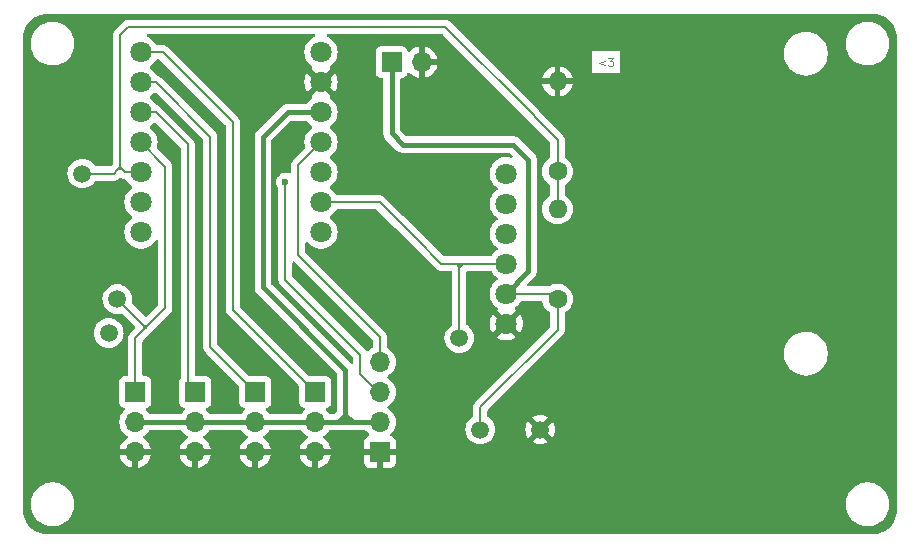
<source format=gbr>
%TF.GenerationSoftware,KiCad,Pcbnew,8.0.0*%
%TF.CreationDate,2024-05-08T00:57:59+10:00*%
%TF.ProjectId,PlantPulse_Node,506c616e-7450-4756-9c73-655f4e6f6465,rev?*%
%TF.SameCoordinates,Original*%
%TF.FileFunction,Copper,L1,Top*%
%TF.FilePolarity,Positive*%
%FSLAX46Y46*%
G04 Gerber Fmt 4.6, Leading zero omitted, Abs format (unit mm)*
G04 Created by KiCad (PCBNEW 8.0.0) date 2024-05-08 00:57:59*
%MOMM*%
%LPD*%
G01*
G04 APERTURE LIST*
%ADD10C,0.100000*%
%TA.AperFunction,NonConductor*%
%ADD11C,0.100000*%
%TD*%
%TA.AperFunction,ComponentPad*%
%ADD12C,1.500000*%
%TD*%
%TA.AperFunction,ComponentPad*%
%ADD13R,1.700000X1.700000*%
%TD*%
%TA.AperFunction,ComponentPad*%
%ADD14O,1.700000X1.700000*%
%TD*%
%TA.AperFunction,ComponentPad*%
%ADD15C,1.600000*%
%TD*%
%TA.AperFunction,ComponentPad*%
%ADD16O,1.600000X1.600000*%
%TD*%
%TA.AperFunction,ComponentPad*%
%ADD17C,1.800000*%
%TD*%
%TA.AperFunction,ViaPad*%
%ADD18C,0.600000*%
%TD*%
%TA.AperFunction,Conductor*%
%ADD19C,0.200000*%
%TD*%
%TA.AperFunction,Conductor*%
%ADD20C,0.400000*%
%TD*%
G04 APERTURE END LIST*
D10*
D11*
X80015789Y-64442466D02*
X79482455Y-64642466D01*
X79482455Y-64642466D02*
X80015789Y-64842466D01*
X80282456Y-64209133D02*
X80715789Y-64209133D01*
X80715789Y-64209133D02*
X80482456Y-64475800D01*
X80482456Y-64475800D02*
X80582456Y-64475800D01*
X80582456Y-64475800D02*
X80649122Y-64509133D01*
X80649122Y-64509133D02*
X80682456Y-64542466D01*
X80682456Y-64542466D02*
X80715789Y-64609133D01*
X80715789Y-64609133D02*
X80715789Y-64775800D01*
X80715789Y-64775800D02*
X80682456Y-64842466D01*
X80682456Y-64842466D02*
X80649122Y-64875800D01*
X80649122Y-64875800D02*
X80582456Y-64909133D01*
X80582456Y-64909133D02*
X80382456Y-64909133D01*
X80382456Y-64909133D02*
X80315789Y-64875800D01*
X80315789Y-64875800D02*
X80282456Y-64842466D01*
D12*
%TO.P,TP6,1,1*%
%TO.N,+3V3*%
X38000000Y-87500000D03*
%TD*%
D13*
%TO.P,J4,1,Pin_1*%
%TO.N,/Soil_A_Out3*%
X45330000Y-92500000D03*
D14*
%TO.P,J4,2,Pin_2*%
%TO.N,+3V3*%
X45330000Y-95040000D03*
%TO.P,J4,3,Pin_3*%
%TO.N,GND*%
X45330000Y-97580000D03*
%TD*%
D15*
%TO.P,R1,1*%
%TO.N,VBAT*%
X76000000Y-84620000D03*
D16*
%TO.P,R1,2*%
%TO.N,/Vbatt_Sense*%
X76000000Y-77000000D03*
%TD*%
D13*
%TO.P,J1,1,Pin_1*%
%TO.N,VBAT*%
X61950000Y-64560000D03*
D14*
%TO.P,J1,2,Pin_2*%
%TO.N,GND*%
X64490000Y-64560000D03*
%TD*%
D13*
%TO.P,J2,1,Pin_1*%
%TO.N,/Soil_A_Out1*%
X55490000Y-92500000D03*
D14*
%TO.P,J2,2,Pin_2*%
%TO.N,+3V3*%
X55490000Y-95040000D03*
%TO.P,J2,3,Pin_3*%
%TO.N,GND*%
X55490000Y-97580000D03*
%TD*%
D12*
%TO.P,TP1,1,1*%
%TO.N,VBAT*%
X69460000Y-95675000D03*
%TD*%
D17*
%TO.P,U1,1,GP1*%
%TO.N,/Soil_A_Out1*%
X40730000Y-63730000D03*
%TO.P,U1,2,GP2*%
%TO.N,/Soil_A_Out2*%
X40730000Y-66270000D03*
%TO.P,U1,3,GP3*%
%TO.N,/Soil_A_Out3*%
X40730000Y-68810000D03*
%TO.P,U1,4,GP4*%
%TO.N,/Soil_A_Out4*%
X40730000Y-71350000D03*
%TO.P,U1,5,GP5*%
%TO.N,/Vbatt_Sense*%
X40730000Y-73890000D03*
%TO.P,U1,6,GP6*%
%TO.N,unconnected-(U1-GP6-Pad6)*%
X40730000Y-76430000D03*
%TO.P,U1,7,GP43*%
%TO.N,unconnected-(U1-GP43-Pad7)*%
X40730000Y-78970000D03*
%TO.P,U1,8,5V*%
%TO.N,unconnected-(U1-5V-Pad8)*%
X55970000Y-63730000D03*
%TO.P,U1,9,GND*%
%TO.N,GND*%
X55970000Y-66270000D03*
%TO.P,U1,10,3V3*%
%TO.N,+3V3*%
X55970000Y-68810000D03*
%TO.P,U1,11,GP9*%
%TO.N,/SCL*%
X55970000Y-71350000D03*
%TO.P,U1,12,GP8*%
%TO.N,/SDA*%
X55970000Y-73890000D03*
%TO.P,U1,13,GP7*%
%TO.N,/DONE*%
X55970000Y-76430000D03*
%TO.P,U1,14,GP44*%
%TO.N,unconnected-(U1-GP44-Pad14)*%
X55970000Y-78970000D03*
%TD*%
D13*
%TO.P,J3,1,Pin_1*%
%TO.N,/Soil_A_Out2*%
X50410000Y-92500000D03*
D14*
%TO.P,J3,2,Pin_2*%
%TO.N,+3V3*%
X50410000Y-95040000D03*
%TO.P,J3,3,Pin_3*%
%TO.N,GND*%
X50410000Y-97580000D03*
%TD*%
D12*
%TO.P,TP2,1,1*%
%TO.N,/Vbatt_Sense*%
X35750000Y-74000000D03*
%TD*%
%TO.P,TP4,1,1*%
%TO.N,/DONE*%
X67682000Y-87928000D03*
%TD*%
%TO.P,TP5,1,1*%
%TO.N,GND*%
X74540000Y-95675000D03*
%TD*%
D13*
%TO.P,J5,1,Pin_1*%
%TO.N,/Soil_A_Out4*%
X40250000Y-92500000D03*
D14*
%TO.P,J5,2,Pin_2*%
%TO.N,+3V3*%
X40250000Y-95040000D03*
%TO.P,J5,3,Pin_3*%
%TO.N,GND*%
X40250000Y-97580000D03*
%TD*%
D17*
%TO.P,U2,6,IN+*%
%TO.N,unconnected-(U2-IN+-Pad6)*%
X71650000Y-74000000D03*
%TO.P,U2,5,DLY*%
%TO.N,unconnected-(U2-DLY-Pad5)*%
X71650000Y-76540000D03*
%TO.P,U2,4,IN-*%
%TO.N,unconnected-(U2-IN--Pad4)*%
X71650000Y-79080000D03*
%TO.P,U2,3,DNE*%
%TO.N,/DONE*%
X71650000Y-81620000D03*
%TO.P,U2,2,OUT+*%
%TO.N,VBAT*%
X71650000Y-84160000D03*
%TO.P,U2,1,OUT-*%
%TO.N,GND*%
X71650000Y-86700000D03*
%TD*%
D13*
%TO.P,J6,1,Pin_1*%
%TO.N,GND*%
X60950000Y-97580000D03*
D14*
%TO.P,J6,2,Pin_2*%
%TO.N,+3V3*%
X60950000Y-95040000D03*
%TO.P,J6,3,Pin_3*%
%TO.N,/SDA*%
X60950000Y-92500000D03*
%TO.P,J6,4,Pin_4*%
%TO.N,/SCL*%
X60950000Y-89960000D03*
%TD*%
D12*
%TO.P,TP7,1,1*%
%TO.N,/Soil_A_Out4*%
X38726000Y-84626000D03*
%TD*%
D15*
%TO.P,R2,1*%
%TO.N,/Vbatt_Sense*%
X76000000Y-73810000D03*
D16*
%TO.P,R2,2*%
%TO.N,GND*%
X76000000Y-66190000D03*
%TD*%
D18*
%TO.N,GND*%
X35250000Y-69600000D03*
X56050000Y-84400000D03*
X52250000Y-74000000D03*
X65450000Y-86600000D03*
X47850000Y-66400000D03*
X42850000Y-71600000D03*
X68850000Y-69200000D03*
X48650000Y-88400000D03*
X46250000Y-90000000D03*
X52450000Y-66400000D03*
X35250000Y-81000000D03*
X42850000Y-88800000D03*
%TO.N,/SDA*%
X52950000Y-74720000D03*
%TD*%
D19*
%TO.N,VBAT*%
X76000000Y-87230000D02*
X69460000Y-93770000D01*
X75540000Y-84160000D02*
X76000000Y-84620000D01*
D20*
X73524000Y-82286000D02*
X71650000Y-84160000D01*
X61950000Y-70600000D02*
X62895000Y-71545000D01*
D19*
X69460000Y-93770000D02*
X69460000Y-95675000D01*
D20*
X72254000Y-71545000D02*
X73524000Y-72815000D01*
D19*
X71650000Y-84160000D02*
X75540000Y-84160000D01*
X76000000Y-84620000D02*
X76000000Y-87230000D01*
D20*
X62895000Y-71545000D02*
X72254000Y-71545000D01*
X73524000Y-72815000D02*
X73524000Y-82286000D01*
X61950000Y-64560000D02*
X61950000Y-70600000D01*
%TO.N,+3V3*%
X58665000Y-95040000D02*
X60950000Y-95040000D01*
X58030000Y-94405000D02*
X58030000Y-95040000D01*
D19*
X40235000Y-95025000D02*
X40250000Y-95040000D01*
D20*
X58030000Y-90595000D02*
X58030000Y-94405000D01*
X53145000Y-68810000D02*
X51045000Y-70910000D01*
X58030000Y-95040000D02*
X58665000Y-95040000D01*
X51045000Y-83610000D02*
X58030000Y-90595000D01*
X58030000Y-94405000D02*
X57395000Y-95040000D01*
X40250000Y-95040000D02*
X54200000Y-95040000D01*
X58030000Y-94405000D02*
X58665000Y-95040000D01*
X57395000Y-95040000D02*
X58030000Y-95040000D01*
X51045000Y-70910000D02*
X51045000Y-83610000D01*
X54200000Y-95040000D02*
X57395000Y-95040000D01*
X55970000Y-68810000D02*
X53145000Y-68810000D01*
D19*
%TO.N,/Soil_A_Out1*%
X55490000Y-92500000D02*
X48505000Y-85515000D01*
X48505000Y-69640000D02*
X42595000Y-63730000D01*
X42595000Y-63730000D02*
X40730000Y-63730000D01*
X48505000Y-85515000D02*
X48505000Y-69640000D01*
%TO.N,/Soil_A_Out2*%
X46600000Y-88690000D02*
X46600000Y-70890000D01*
X50410000Y-92500000D02*
X46600000Y-88690000D01*
X46600000Y-70890000D02*
X41980000Y-66270000D01*
X41980000Y-66270000D02*
X40730000Y-66270000D01*
%TO.N,/Soil_A_Out3*%
X44695000Y-71525000D02*
X41980000Y-68810000D01*
X44695000Y-91865000D02*
X44695000Y-71525000D01*
X41980000Y-68810000D02*
X40730000Y-68810000D01*
X45330000Y-92500000D02*
X44695000Y-91865000D01*
%TO.N,/Soil_A_Out4*%
X42790000Y-73410000D02*
X40730000Y-71350000D01*
X41012000Y-86912000D02*
X41266000Y-86912000D01*
X40250000Y-92500000D02*
X40250000Y-87928000D01*
X41012000Y-87166000D02*
X41139000Y-87039000D01*
X41266000Y-86912000D02*
X42790000Y-85388000D01*
X40885000Y-86785000D02*
X41012000Y-86912000D01*
X40885000Y-86785000D02*
X41139000Y-87039000D01*
X38726000Y-84626000D02*
X40885000Y-86785000D01*
X41139000Y-87039000D02*
X41266000Y-86912000D01*
X42790000Y-85388000D02*
X42790000Y-73410000D01*
X41012000Y-86912000D02*
X41012000Y-87166000D01*
X40250000Y-87928000D02*
X41012000Y-87166000D01*
%TO.N,/SDA*%
X60824000Y-92500000D02*
X60950000Y-92500000D01*
X52950000Y-82975000D02*
X59300000Y-89325000D01*
X52950000Y-74720000D02*
X52950000Y-82975000D01*
X59300000Y-89325000D02*
X59300000Y-90976000D01*
X59300000Y-90976000D02*
X60824000Y-92500000D01*
%TO.N,/SCL*%
X54050000Y-80900000D02*
X54050000Y-73270000D01*
X60950000Y-87800000D02*
X54050000Y-80900000D01*
X60950000Y-89960000D02*
X60950000Y-87800000D01*
X54050000Y-73270000D02*
X55970000Y-71350000D01*
%TO.N,/Vbatt_Sense*%
X66500000Y-61600000D02*
X74050000Y-69150000D01*
X40730000Y-73890000D02*
X39420000Y-73890000D01*
X35750000Y-74000000D02*
X38430000Y-74000000D01*
X38853000Y-73577000D02*
X39107000Y-73577000D01*
X39420000Y-73890000D02*
X39234000Y-73704000D01*
X74050000Y-69150000D02*
X74050000Y-69200000D01*
X38980000Y-73450000D02*
X38980000Y-62270000D01*
X76000000Y-71150000D02*
X76000000Y-73810000D01*
X38980000Y-62270000D02*
X39650000Y-61600000D01*
X39107000Y-73577000D02*
X39234000Y-73704000D01*
X39650000Y-61600000D02*
X66500000Y-61600000D01*
X74050000Y-69200000D02*
X76000000Y-71150000D01*
X38430000Y-74000000D02*
X38726000Y-73704000D01*
X38726000Y-73704000D02*
X38853000Y-73577000D01*
X39234000Y-73704000D02*
X38980000Y-73450000D01*
X38726000Y-73704000D02*
X38980000Y-73450000D01*
X76000000Y-77000000D02*
X76000000Y-73810000D01*
%TO.N,/DONE*%
X67682000Y-81620000D02*
X67476000Y-81620000D01*
X67682000Y-81876000D02*
X67720000Y-81876000D01*
X67476000Y-81620000D02*
X66120000Y-81620000D01*
X60930000Y-76430000D02*
X55970000Y-76430000D01*
X67976000Y-81620000D02*
X67682000Y-81620000D01*
X64000000Y-79500000D02*
X60930000Y-76430000D01*
X71650000Y-81620000D02*
X67976000Y-81620000D01*
X67682000Y-81876000D02*
X67682000Y-81620000D01*
X67720000Y-81876000D02*
X67976000Y-81620000D01*
X67476000Y-81670000D02*
X67682000Y-81876000D01*
X67682000Y-87928000D02*
X67682000Y-81876000D01*
X67476000Y-81620000D02*
X67476000Y-81670000D01*
X66120000Y-81620000D02*
X64000000Y-79500000D01*
%TD*%
%TA.AperFunction,Conductor*%
%TO.N,GND*%
G36*
X41955441Y-69653670D02*
G01*
X42004627Y-69683862D01*
X44058181Y-71737416D01*
X44091666Y-71798739D01*
X44094500Y-71825097D01*
X44094500Y-91288523D01*
X44074815Y-91355562D01*
X44069767Y-91362833D01*
X44036206Y-91407665D01*
X44036202Y-91407671D01*
X43985908Y-91542517D01*
X43984556Y-91555097D01*
X43979501Y-91602123D01*
X43979500Y-91602135D01*
X43979500Y-93397870D01*
X43979501Y-93397876D01*
X43985908Y-93457483D01*
X44036202Y-93592328D01*
X44036206Y-93592335D01*
X44122452Y-93707544D01*
X44122455Y-93707547D01*
X44237664Y-93793793D01*
X44237671Y-93793797D01*
X44369081Y-93842810D01*
X44425015Y-93884681D01*
X44449432Y-93950145D01*
X44434580Y-94018418D01*
X44413430Y-94046673D01*
X44291503Y-94168600D01*
X44208864Y-94286623D01*
X44154287Y-94330248D01*
X44107289Y-94339500D01*
X41472711Y-94339500D01*
X41405672Y-94319815D01*
X41371136Y-94286623D01*
X41288496Y-94168600D01*
X41234739Y-94114843D01*
X41166567Y-94046671D01*
X41133084Y-93985351D01*
X41138068Y-93915659D01*
X41179939Y-93859725D01*
X41210915Y-93842810D01*
X41342331Y-93793796D01*
X41457546Y-93707546D01*
X41543796Y-93592331D01*
X41594091Y-93457483D01*
X41600500Y-93397873D01*
X41600499Y-91602128D01*
X41594091Y-91542517D01*
X41563830Y-91461384D01*
X41543797Y-91407671D01*
X41543793Y-91407664D01*
X41457547Y-91292455D01*
X41457544Y-91292452D01*
X41342335Y-91206206D01*
X41342328Y-91206202D01*
X41207482Y-91155908D01*
X41207483Y-91155908D01*
X41147883Y-91149501D01*
X41147881Y-91149500D01*
X41147873Y-91149500D01*
X41147865Y-91149500D01*
X40974500Y-91149500D01*
X40907461Y-91129815D01*
X40861706Y-91077011D01*
X40850500Y-91025500D01*
X40850500Y-88228097D01*
X40870185Y-88161058D01*
X40886819Y-88140416D01*
X41174885Y-87852351D01*
X41492520Y-87534716D01*
X41492520Y-87534715D01*
X41502729Y-87524507D01*
X41502731Y-87524503D01*
X41619522Y-87407714D01*
X41624496Y-87402739D01*
X41624508Y-87402730D01*
X41624507Y-87402729D01*
X41658630Y-87368606D01*
X41746520Y-87280716D01*
X41746520Y-87280714D01*
X41756724Y-87270511D01*
X41756728Y-87270506D01*
X43148506Y-85878728D01*
X43148511Y-85878724D01*
X43158714Y-85868520D01*
X43158716Y-85868520D01*
X43270520Y-85756716D01*
X43349577Y-85619784D01*
X43390500Y-85467057D01*
X43390500Y-73499059D01*
X43390501Y-73499046D01*
X43390501Y-73330945D01*
X43390501Y-73330943D01*
X43349577Y-73178215D01*
X43306440Y-73103500D01*
X43270520Y-73041284D01*
X43158716Y-72929480D01*
X43158715Y-72929479D01*
X43154385Y-72925149D01*
X43154374Y-72925139D01*
X42104204Y-71874969D01*
X42070719Y-71813646D01*
X42071680Y-71756847D01*
X42116131Y-71581317D01*
X42116133Y-71581308D01*
X42116134Y-71581305D01*
X42127350Y-71445945D01*
X42135300Y-71350006D01*
X42135300Y-71349993D01*
X42116135Y-71118702D01*
X42116133Y-71118691D01*
X42059157Y-70893699D01*
X41965924Y-70681151D01*
X41838983Y-70486852D01*
X41838980Y-70486849D01*
X41838979Y-70486847D01*
X41681784Y-70316087D01*
X41504180Y-70177853D01*
X41463368Y-70121143D01*
X41459693Y-70051370D01*
X41494324Y-69990687D01*
X41504181Y-69982146D01*
X41681784Y-69843913D01*
X41825717Y-69687559D01*
X41885603Y-69651570D01*
X41955441Y-69653670D01*
G37*
%TD.AperFunction*%
%TA.AperFunction,Conductor*%
G36*
X41955441Y-67113670D02*
G01*
X42004627Y-67143862D01*
X45963181Y-71102416D01*
X45996666Y-71163739D01*
X45999500Y-71190097D01*
X45999500Y-88603330D01*
X45999499Y-88603348D01*
X45999499Y-88769054D01*
X45999498Y-88769054D01*
X46040424Y-88921789D01*
X46040425Y-88921790D01*
X46060340Y-88956283D01*
X46060341Y-88956284D01*
X46119477Y-89058712D01*
X46119481Y-89058717D01*
X46238349Y-89177585D01*
X46238355Y-89177590D01*
X49023181Y-91962416D01*
X49056666Y-92023739D01*
X49059500Y-92050097D01*
X49059500Y-93397870D01*
X49059501Y-93397876D01*
X49065908Y-93457483D01*
X49116202Y-93592328D01*
X49116206Y-93592335D01*
X49202452Y-93707544D01*
X49202455Y-93707547D01*
X49317664Y-93793793D01*
X49317671Y-93793797D01*
X49449081Y-93842810D01*
X49505015Y-93884681D01*
X49529432Y-93950145D01*
X49514580Y-94018418D01*
X49493430Y-94046673D01*
X49371503Y-94168600D01*
X49288864Y-94286623D01*
X49234287Y-94330248D01*
X49187289Y-94339500D01*
X46552711Y-94339500D01*
X46485672Y-94319815D01*
X46451136Y-94286623D01*
X46368496Y-94168600D01*
X46314739Y-94114843D01*
X46246567Y-94046671D01*
X46213084Y-93985351D01*
X46218068Y-93915659D01*
X46259939Y-93859725D01*
X46290915Y-93842810D01*
X46422331Y-93793796D01*
X46537546Y-93707546D01*
X46623796Y-93592331D01*
X46674091Y-93457483D01*
X46680500Y-93397873D01*
X46680499Y-91602128D01*
X46674091Y-91542517D01*
X46643830Y-91461384D01*
X46623797Y-91407671D01*
X46623793Y-91407664D01*
X46537547Y-91292455D01*
X46537544Y-91292452D01*
X46422335Y-91206206D01*
X46422328Y-91206202D01*
X46287482Y-91155908D01*
X46287483Y-91155908D01*
X46227883Y-91149501D01*
X46227881Y-91149500D01*
X46227873Y-91149500D01*
X46227865Y-91149500D01*
X45419500Y-91149500D01*
X45352461Y-91129815D01*
X45306706Y-91077011D01*
X45295500Y-91025500D01*
X45295500Y-71614059D01*
X45295501Y-71614046D01*
X45295501Y-71445945D01*
X45295501Y-71445943D01*
X45254577Y-71293215D01*
X45217535Y-71229057D01*
X45175520Y-71156284D01*
X45063716Y-71044480D01*
X45063715Y-71044479D01*
X45059385Y-71040149D01*
X45059374Y-71040139D01*
X42467590Y-68448355D01*
X42467588Y-68448352D01*
X42348717Y-68329481D01*
X42348716Y-68329480D01*
X42238568Y-68265886D01*
X42238566Y-68265885D01*
X42211785Y-68250423D01*
X42211784Y-68250422D01*
X42211783Y-68250422D01*
X42147919Y-68233310D01*
X42059057Y-68209499D01*
X42059055Y-68209499D01*
X42051206Y-68207396D01*
X42051703Y-68205540D01*
X41997428Y-68181528D01*
X41970029Y-68144761D01*
X41968366Y-68145662D01*
X41965927Y-68141155D01*
X41838983Y-67946852D01*
X41838980Y-67946849D01*
X41838979Y-67946847D01*
X41681784Y-67776087D01*
X41504180Y-67637853D01*
X41463368Y-67581143D01*
X41459693Y-67511370D01*
X41494324Y-67450687D01*
X41504181Y-67442146D01*
X41504586Y-67441831D01*
X41681784Y-67303913D01*
X41825717Y-67147559D01*
X41885603Y-67111570D01*
X41955441Y-67113670D01*
G37*
%TD.AperFunction*%
%TA.AperFunction,Conductor*%
G36*
X42361942Y-64350185D02*
G01*
X42382584Y-64366819D01*
X47868181Y-69852416D01*
X47901666Y-69913739D01*
X47904500Y-69940097D01*
X47904500Y-85428330D01*
X47904499Y-85428348D01*
X47904499Y-85594054D01*
X47904498Y-85594054D01*
X47945423Y-85746787D01*
X47951156Y-85756716D01*
X47951158Y-85756718D01*
X48024477Y-85883712D01*
X48024481Y-85883717D01*
X48143349Y-86002585D01*
X48143355Y-86002590D01*
X54103181Y-91962417D01*
X54136666Y-92023740D01*
X54139500Y-92050098D01*
X54139500Y-93397870D01*
X54139501Y-93397876D01*
X54145908Y-93457483D01*
X54196202Y-93592328D01*
X54196206Y-93592335D01*
X54282452Y-93707544D01*
X54282455Y-93707547D01*
X54397664Y-93793793D01*
X54397671Y-93793797D01*
X54529081Y-93842810D01*
X54585015Y-93884681D01*
X54609432Y-93950145D01*
X54594580Y-94018418D01*
X54573430Y-94046673D01*
X54451503Y-94168600D01*
X54368864Y-94286623D01*
X54314287Y-94330248D01*
X54267289Y-94339500D01*
X51632711Y-94339500D01*
X51565672Y-94319815D01*
X51531136Y-94286623D01*
X51448496Y-94168600D01*
X51394739Y-94114843D01*
X51326567Y-94046671D01*
X51293084Y-93985351D01*
X51298068Y-93915659D01*
X51339939Y-93859725D01*
X51370915Y-93842810D01*
X51502331Y-93793796D01*
X51617546Y-93707546D01*
X51703796Y-93592331D01*
X51754091Y-93457483D01*
X51760500Y-93397873D01*
X51760499Y-91602128D01*
X51754091Y-91542517D01*
X51723830Y-91461384D01*
X51703797Y-91407671D01*
X51703793Y-91407664D01*
X51617547Y-91292455D01*
X51617544Y-91292452D01*
X51502335Y-91206206D01*
X51502328Y-91206202D01*
X51367482Y-91155908D01*
X51367483Y-91155908D01*
X51307883Y-91149501D01*
X51307881Y-91149500D01*
X51307873Y-91149500D01*
X51307865Y-91149500D01*
X49960098Y-91149500D01*
X49893059Y-91129815D01*
X49872417Y-91113181D01*
X47236819Y-88477583D01*
X47203334Y-88416260D01*
X47200500Y-88389902D01*
X47200500Y-70979060D01*
X47200501Y-70979047D01*
X47200501Y-70810944D01*
X47199761Y-70808181D01*
X47159577Y-70658216D01*
X47096811Y-70549501D01*
X47080524Y-70521290D01*
X47080518Y-70521282D01*
X42467590Y-65908355D01*
X42467588Y-65908352D01*
X42348717Y-65789481D01*
X42348716Y-65789480D01*
X42261904Y-65739360D01*
X42261904Y-65739359D01*
X42261900Y-65739358D01*
X42211785Y-65710423D01*
X42059057Y-65669499D01*
X42059055Y-65669499D01*
X42051206Y-65667396D01*
X42051703Y-65665540D01*
X41997428Y-65641528D01*
X41970029Y-65604761D01*
X41968366Y-65605662D01*
X41965927Y-65601155D01*
X41838983Y-65406852D01*
X41838980Y-65406849D01*
X41838979Y-65406847D01*
X41681784Y-65236087D01*
X41504180Y-65097853D01*
X41463368Y-65041143D01*
X41459693Y-64971370D01*
X41494324Y-64910687D01*
X41504181Y-64902146D01*
X41532263Y-64880289D01*
X41681784Y-64763913D01*
X41838979Y-64593153D01*
X41965924Y-64398849D01*
X41965926Y-64398843D01*
X41967747Y-64395481D01*
X42016967Y-64345891D01*
X42076801Y-64330500D01*
X42294903Y-64330500D01*
X42361942Y-64350185D01*
G37*
%TD.AperFunction*%
%TA.AperFunction,Conductor*%
G36*
X55436009Y-62220185D02*
G01*
X55481764Y-62272989D01*
X55491708Y-62342147D01*
X55462683Y-62405703D01*
X55409234Y-62441781D01*
X55405501Y-62443062D01*
X55405495Y-62443064D01*
X55201371Y-62553531D01*
X55201365Y-62553535D01*
X55018222Y-62696081D01*
X55018219Y-62696084D01*
X54861016Y-62866852D01*
X54734075Y-63061151D01*
X54640842Y-63273699D01*
X54583866Y-63498691D01*
X54583864Y-63498702D01*
X54564700Y-63729993D01*
X54564700Y-63730006D01*
X54583864Y-63961297D01*
X54583866Y-63961308D01*
X54640842Y-64186300D01*
X54734075Y-64398848D01*
X54861016Y-64593147D01*
X54861019Y-64593151D01*
X54861021Y-64593153D01*
X55018216Y-64763913D01*
X55150672Y-64867007D01*
X55196225Y-64902462D01*
X55237038Y-64959173D01*
X55240713Y-65028946D01*
X55206082Y-65089629D01*
X55196225Y-65098170D01*
X55171201Y-65117646D01*
X55171200Y-65117647D01*
X55923554Y-65870000D01*
X55917339Y-65870000D01*
X55815606Y-65897259D01*
X55724394Y-65949920D01*
X55649920Y-66024394D01*
X55597259Y-66115606D01*
X55570000Y-66217339D01*
X55570000Y-66223554D01*
X54818811Y-65472365D01*
X54734516Y-65601390D01*
X54641317Y-65813864D01*
X54584361Y-66038781D01*
X54565202Y-66269994D01*
X54565202Y-66270005D01*
X54584361Y-66501218D01*
X54641317Y-66726135D01*
X54734515Y-66938606D01*
X54818812Y-67067633D01*
X55570000Y-66316445D01*
X55570000Y-66322661D01*
X55597259Y-66424394D01*
X55649920Y-66515606D01*
X55724394Y-66590080D01*
X55815606Y-66642741D01*
X55917339Y-66670000D01*
X55923553Y-66670000D01*
X55171201Y-67422351D01*
X55196226Y-67441829D01*
X55237038Y-67498539D01*
X55240713Y-67568312D01*
X55206081Y-67628995D01*
X55196226Y-67637535D01*
X55018218Y-67776085D01*
X54861016Y-67946852D01*
X54791458Y-68053321D01*
X54738312Y-68098678D01*
X54687649Y-68109500D01*
X53076003Y-68109500D01*
X52967590Y-68131065D01*
X52967589Y-68131065D01*
X52951379Y-68134289D01*
X52940669Y-68136420D01*
X52929255Y-68141149D01*
X52929250Y-68141151D01*
X52813192Y-68189223D01*
X52782844Y-68209501D01*
X52698459Y-68265885D01*
X52698453Y-68265889D01*
X50500888Y-70463453D01*
X50500885Y-70463456D01*
X50443393Y-70549501D01*
X50424230Y-70578180D01*
X50424223Y-70578192D01*
X50371420Y-70705671D01*
X50371418Y-70705677D01*
X50344500Y-70841004D01*
X50344500Y-70841007D01*
X50344500Y-83541006D01*
X50344500Y-83678994D01*
X50344500Y-83678996D01*
X50344499Y-83678996D01*
X50371418Y-83814322D01*
X50371421Y-83814332D01*
X50424222Y-83941807D01*
X50500887Y-84056545D01*
X50500888Y-84056546D01*
X57293181Y-90848838D01*
X57326666Y-90910161D01*
X57329500Y-90936519D01*
X57329500Y-94063481D01*
X57309815Y-94130520D01*
X57293181Y-94151162D01*
X57141162Y-94303181D01*
X57079839Y-94336666D01*
X57053481Y-94339500D01*
X56712711Y-94339500D01*
X56645672Y-94319815D01*
X56611136Y-94286623D01*
X56528496Y-94168600D01*
X56474739Y-94114843D01*
X56406567Y-94046671D01*
X56373084Y-93985351D01*
X56378068Y-93915659D01*
X56419939Y-93859725D01*
X56450915Y-93842810D01*
X56582331Y-93793796D01*
X56697546Y-93707546D01*
X56783796Y-93592331D01*
X56834091Y-93457483D01*
X56840500Y-93397873D01*
X56840499Y-91602128D01*
X56834091Y-91542517D01*
X56803830Y-91461384D01*
X56783797Y-91407671D01*
X56783793Y-91407664D01*
X56697547Y-91292455D01*
X56697544Y-91292452D01*
X56582335Y-91206206D01*
X56582328Y-91206202D01*
X56447482Y-91155908D01*
X56447483Y-91155908D01*
X56387883Y-91149501D01*
X56387881Y-91149500D01*
X56387873Y-91149500D01*
X56387865Y-91149500D01*
X55040098Y-91149500D01*
X54973059Y-91129815D01*
X54952417Y-91113181D01*
X49141819Y-85302583D01*
X49108334Y-85241260D01*
X49105500Y-85214902D01*
X49105500Y-69560945D01*
X49105500Y-69560943D01*
X49083503Y-69478849D01*
X49064577Y-69408215D01*
X49033341Y-69354114D01*
X48985520Y-69271284D01*
X48873716Y-69159480D01*
X48873715Y-69159479D01*
X48869385Y-69155149D01*
X48869374Y-69155139D01*
X43082590Y-63368355D01*
X43082588Y-63368352D01*
X42963717Y-63249481D01*
X42963716Y-63249480D01*
X42876904Y-63199360D01*
X42876904Y-63199359D01*
X42876900Y-63199358D01*
X42826785Y-63170423D01*
X42674057Y-63129499D01*
X42515943Y-63129499D01*
X42508347Y-63129499D01*
X42508331Y-63129500D01*
X42076801Y-63129500D01*
X42009762Y-63109815D01*
X41967747Y-63064519D01*
X41965924Y-63061151D01*
X41838983Y-62866852D01*
X41838980Y-62866849D01*
X41838979Y-62866847D01*
X41681784Y-62696087D01*
X41681779Y-62696083D01*
X41681777Y-62696081D01*
X41498634Y-62553535D01*
X41498628Y-62553531D01*
X41294504Y-62443064D01*
X41294498Y-62443062D01*
X41290766Y-62441781D01*
X41233751Y-62401395D01*
X41207621Y-62336595D01*
X41220673Y-62267955D01*
X41268762Y-62217268D01*
X41331030Y-62200500D01*
X55368970Y-62200500D01*
X55436009Y-62220185D01*
G37*
%TD.AperFunction*%
%TA.AperFunction,Conductor*%
G36*
X54754688Y-69530185D02*
G01*
X54791458Y-69566679D01*
X54861016Y-69673147D01*
X54861019Y-69673151D01*
X54861021Y-69673153D01*
X55018216Y-69843913D01*
X55018219Y-69843915D01*
X55018222Y-69843918D01*
X55195818Y-69982147D01*
X55236631Y-70038857D01*
X55240306Y-70108630D01*
X55205674Y-70169313D01*
X55195818Y-70177853D01*
X55018222Y-70316081D01*
X55018219Y-70316084D01*
X54861016Y-70486852D01*
X54734075Y-70681151D01*
X54640842Y-70893699D01*
X54583866Y-71118691D01*
X54583864Y-71118702D01*
X54564700Y-71349993D01*
X54564700Y-71350006D01*
X54583864Y-71581297D01*
X54583866Y-71581309D01*
X54628319Y-71756848D01*
X54625694Y-71826668D01*
X54595794Y-71874969D01*
X53681286Y-72789478D01*
X53569481Y-72901282D01*
X53569479Y-72901285D01*
X53519361Y-72988094D01*
X53519359Y-72988096D01*
X53490425Y-73038209D01*
X53490424Y-73038210D01*
X53489600Y-73041286D01*
X53449499Y-73190943D01*
X53449499Y-73190945D01*
X53449499Y-73359046D01*
X53449500Y-73359059D01*
X53449500Y-73871928D01*
X53429815Y-73938967D01*
X53377011Y-73984722D01*
X53307853Y-73994666D01*
X53284546Y-73988970D01*
X53129257Y-73934632D01*
X53129249Y-73934630D01*
X52950004Y-73914435D01*
X52949996Y-73914435D01*
X52770750Y-73934630D01*
X52770745Y-73934631D01*
X52600476Y-73994211D01*
X52447737Y-74090184D01*
X52320184Y-74217737D01*
X52224211Y-74370476D01*
X52164631Y-74540745D01*
X52164630Y-74540750D01*
X52144435Y-74719996D01*
X52144435Y-74720003D01*
X52164630Y-74899249D01*
X52164631Y-74899254D01*
X52224211Y-75069523D01*
X52320185Y-75222263D01*
X52322445Y-75225097D01*
X52323334Y-75227275D01*
X52323889Y-75228158D01*
X52323734Y-75228255D01*
X52348855Y-75289783D01*
X52349500Y-75302412D01*
X52349500Y-82888330D01*
X52349499Y-82888348D01*
X52349499Y-83054054D01*
X52349498Y-83054054D01*
X52390423Y-83206785D01*
X52419358Y-83256900D01*
X52419359Y-83256904D01*
X52419360Y-83256904D01*
X52469479Y-83343714D01*
X52469481Y-83343717D01*
X52588349Y-83462585D01*
X52588355Y-83462590D01*
X58663181Y-89537416D01*
X58696666Y-89598739D01*
X58699500Y-89625097D01*
X58699500Y-89974480D01*
X58679815Y-90041519D01*
X58627011Y-90087274D01*
X58557853Y-90097218D01*
X58494297Y-90068193D01*
X58487819Y-90062161D01*
X51781819Y-83356161D01*
X51748334Y-83294838D01*
X51745500Y-83268480D01*
X51745500Y-71251518D01*
X51765185Y-71184479D01*
X51781819Y-71163837D01*
X53398837Y-69546819D01*
X53460160Y-69513334D01*
X53486518Y-69510500D01*
X54687649Y-69510500D01*
X54754688Y-69530185D01*
G37*
%TD.AperFunction*%
%TA.AperFunction,Conductor*%
G36*
X53755703Y-81455384D02*
G01*
X53762181Y-81461416D01*
X60313181Y-88012416D01*
X60346666Y-88073739D01*
X60349500Y-88100097D01*
X60349500Y-88670908D01*
X60329815Y-88737947D01*
X60277914Y-88783286D01*
X60272173Y-88785963D01*
X60272169Y-88785965D01*
X60078597Y-88921505D01*
X59991162Y-89008941D01*
X59929839Y-89042426D01*
X59860147Y-89037442D01*
X59804214Y-88995570D01*
X59796102Y-88983273D01*
X59780520Y-88956284D01*
X59668716Y-88844480D01*
X59668715Y-88844479D01*
X59664385Y-88840149D01*
X59664374Y-88840139D01*
X53586819Y-82762584D01*
X53553334Y-82701261D01*
X53550500Y-82674903D01*
X53550500Y-81549097D01*
X53570185Y-81482058D01*
X53622989Y-81436303D01*
X53692147Y-81426359D01*
X53755703Y-81455384D01*
G37*
%TD.AperFunction*%
%TA.AperFunction,Conductor*%
G36*
X102754043Y-60500765D02*
G01*
X103002895Y-60517075D01*
X103018953Y-60519190D01*
X103226105Y-60560395D01*
X103259535Y-60567045D01*
X103275202Y-60571243D01*
X103444947Y-60628863D01*
X103507481Y-60650091D01*
X103522458Y-60656294D01*
X103731799Y-60759529D01*
X103742460Y-60764787D01*
X103756508Y-60772897D01*
X103960464Y-60909177D01*
X103973328Y-60919048D01*
X104157749Y-61080781D01*
X104169218Y-61092250D01*
X104330951Y-61276671D01*
X104340825Y-61289539D01*
X104477102Y-61493492D01*
X104485212Y-61507539D01*
X104593702Y-61727534D01*
X104599909Y-61742520D01*
X104678756Y-61974797D01*
X104682954Y-61990464D01*
X104730807Y-62231035D01*
X104732925Y-62247116D01*
X104748347Y-62482416D01*
X104749235Y-62495956D01*
X104749500Y-62504066D01*
X104749500Y-102495933D01*
X104749235Y-102504043D01*
X104732925Y-102752883D01*
X104730807Y-102768964D01*
X104682954Y-103009535D01*
X104678756Y-103025202D01*
X104599909Y-103257479D01*
X104593702Y-103272465D01*
X104485212Y-103492460D01*
X104477102Y-103506507D01*
X104340825Y-103710460D01*
X104330951Y-103723328D01*
X104169218Y-103907749D01*
X104157749Y-103919218D01*
X103973328Y-104080951D01*
X103960460Y-104090825D01*
X103756507Y-104227102D01*
X103742460Y-104235212D01*
X103522465Y-104343702D01*
X103507479Y-104349909D01*
X103275202Y-104428756D01*
X103259535Y-104432954D01*
X103018964Y-104480807D01*
X103002883Y-104482925D01*
X102754043Y-104499235D01*
X102745933Y-104499500D01*
X32754067Y-104499500D01*
X32745957Y-104499235D01*
X32497116Y-104482925D01*
X32481035Y-104480807D01*
X32240464Y-104432954D01*
X32224797Y-104428756D01*
X31992520Y-104349909D01*
X31977534Y-104343702D01*
X31757539Y-104235212D01*
X31743492Y-104227102D01*
X31539539Y-104090825D01*
X31526671Y-104080951D01*
X31342250Y-103919218D01*
X31330781Y-103907749D01*
X31169048Y-103723328D01*
X31159174Y-103710460D01*
X31127613Y-103663226D01*
X31022897Y-103506507D01*
X31014787Y-103492460D01*
X30966363Y-103394266D01*
X30906294Y-103272458D01*
X30900090Y-103257479D01*
X30821243Y-103025202D01*
X30817045Y-103009535D01*
X30809186Y-102970026D01*
X30769190Y-102768953D01*
X30767075Y-102752895D01*
X30750765Y-102504043D01*
X30750500Y-102495933D01*
X30750500Y-102121288D01*
X31399500Y-102121288D01*
X31431161Y-102361785D01*
X31493947Y-102596104D01*
X31519275Y-102657250D01*
X31586776Y-102820212D01*
X31708064Y-103030289D01*
X31708066Y-103030292D01*
X31708067Y-103030293D01*
X31855733Y-103222736D01*
X31855739Y-103222743D01*
X32027256Y-103394260D01*
X32027262Y-103394265D01*
X32219711Y-103541936D01*
X32429788Y-103663224D01*
X32653900Y-103756054D01*
X32888211Y-103818838D01*
X33068586Y-103842584D01*
X33128711Y-103850500D01*
X33128712Y-103850500D01*
X33371289Y-103850500D01*
X33419388Y-103844167D01*
X33611789Y-103818838D01*
X33846100Y-103756054D01*
X34070212Y-103663224D01*
X34280289Y-103541936D01*
X34472738Y-103394265D01*
X34644265Y-103222738D01*
X34791936Y-103030289D01*
X34913224Y-102820212D01*
X35006054Y-102596100D01*
X35068838Y-102361789D01*
X35100500Y-102121288D01*
X100399500Y-102121288D01*
X100431161Y-102361785D01*
X100493947Y-102596104D01*
X100519275Y-102657250D01*
X100586776Y-102820212D01*
X100708064Y-103030289D01*
X100708066Y-103030292D01*
X100708067Y-103030293D01*
X100855733Y-103222736D01*
X100855739Y-103222743D01*
X101027256Y-103394260D01*
X101027262Y-103394265D01*
X101219711Y-103541936D01*
X101429788Y-103663224D01*
X101653900Y-103756054D01*
X101888211Y-103818838D01*
X102068586Y-103842584D01*
X102128711Y-103850500D01*
X102128712Y-103850500D01*
X102371289Y-103850500D01*
X102419388Y-103844167D01*
X102611789Y-103818838D01*
X102846100Y-103756054D01*
X103070212Y-103663224D01*
X103280289Y-103541936D01*
X103472738Y-103394265D01*
X103644265Y-103222738D01*
X103791936Y-103030289D01*
X103913224Y-102820212D01*
X104006054Y-102596100D01*
X104068838Y-102361789D01*
X104100500Y-102121288D01*
X104100500Y-101878712D01*
X104068838Y-101638211D01*
X104006054Y-101403900D01*
X103913224Y-101179788D01*
X103791936Y-100969711D01*
X103644265Y-100777262D01*
X103644260Y-100777256D01*
X103472743Y-100605739D01*
X103472736Y-100605733D01*
X103280293Y-100458067D01*
X103280292Y-100458066D01*
X103280289Y-100458064D01*
X103070212Y-100336776D01*
X103070205Y-100336773D01*
X102846104Y-100243947D01*
X102611785Y-100181161D01*
X102371289Y-100149500D01*
X102371288Y-100149500D01*
X102128712Y-100149500D01*
X102128711Y-100149500D01*
X101888214Y-100181161D01*
X101653895Y-100243947D01*
X101429794Y-100336773D01*
X101429785Y-100336777D01*
X101219706Y-100458067D01*
X101027263Y-100605733D01*
X101027256Y-100605739D01*
X100855739Y-100777256D01*
X100855733Y-100777263D01*
X100708067Y-100969706D01*
X100586777Y-101179785D01*
X100586773Y-101179794D01*
X100493947Y-101403895D01*
X100431161Y-101638214D01*
X100399500Y-101878711D01*
X100399500Y-102121288D01*
X35100500Y-102121288D01*
X35100500Y-101878712D01*
X35068838Y-101638211D01*
X35006054Y-101403900D01*
X34913224Y-101179788D01*
X34791936Y-100969711D01*
X34644265Y-100777262D01*
X34644260Y-100777256D01*
X34472743Y-100605739D01*
X34472736Y-100605733D01*
X34280293Y-100458067D01*
X34280292Y-100458066D01*
X34280289Y-100458064D01*
X34070212Y-100336776D01*
X34070205Y-100336773D01*
X33846104Y-100243947D01*
X33611785Y-100181161D01*
X33371289Y-100149500D01*
X33371288Y-100149500D01*
X33128712Y-100149500D01*
X33128711Y-100149500D01*
X32888214Y-100181161D01*
X32653895Y-100243947D01*
X32429794Y-100336773D01*
X32429785Y-100336777D01*
X32219706Y-100458067D01*
X32027263Y-100605733D01*
X32027256Y-100605739D01*
X31855739Y-100777256D01*
X31855733Y-100777263D01*
X31708067Y-100969706D01*
X31586777Y-101179785D01*
X31586773Y-101179794D01*
X31493947Y-101403895D01*
X31431161Y-101638214D01*
X31399500Y-101878711D01*
X31399500Y-102121288D01*
X30750500Y-102121288D01*
X30750500Y-87500002D01*
X36744723Y-87500002D01*
X36763793Y-87717975D01*
X36763793Y-87717979D01*
X36820422Y-87929322D01*
X36820424Y-87929326D01*
X36820425Y-87929330D01*
X36847073Y-87986476D01*
X36912897Y-88127638D01*
X36925737Y-88145975D01*
X37038402Y-88306877D01*
X37193123Y-88461598D01*
X37372361Y-88587102D01*
X37570670Y-88679575D01*
X37782023Y-88736207D01*
X37964926Y-88752208D01*
X37999998Y-88755277D01*
X38000000Y-88755277D01*
X38000002Y-88755277D01*
X38028254Y-88752805D01*
X38217977Y-88736207D01*
X38429330Y-88679575D01*
X38627639Y-88587102D01*
X38806877Y-88461598D01*
X38961598Y-88306877D01*
X39087102Y-88127639D01*
X39179575Y-87929330D01*
X39236207Y-87717977D01*
X39255277Y-87500000D01*
X39255161Y-87498677D01*
X39249265Y-87431282D01*
X39236207Y-87282023D01*
X39179575Y-87070670D01*
X39087102Y-86872362D01*
X39087100Y-86872359D01*
X39087099Y-86872357D01*
X38961599Y-86693124D01*
X38915814Y-86647339D01*
X38806877Y-86538402D01*
X38627639Y-86412898D01*
X38627640Y-86412898D01*
X38627638Y-86412897D01*
X38485132Y-86346446D01*
X38429330Y-86320425D01*
X38429326Y-86320424D01*
X38429322Y-86320422D01*
X38217977Y-86263793D01*
X38000002Y-86244723D01*
X37999998Y-86244723D01*
X37854682Y-86257436D01*
X37782023Y-86263793D01*
X37782020Y-86263793D01*
X37570677Y-86320422D01*
X37570668Y-86320426D01*
X37372361Y-86412898D01*
X37372357Y-86412900D01*
X37193121Y-86538402D01*
X37038402Y-86693121D01*
X36912900Y-86872357D01*
X36912898Y-86872361D01*
X36820426Y-87070668D01*
X36820422Y-87070677D01*
X36763793Y-87282020D01*
X36763793Y-87282024D01*
X36744723Y-87499997D01*
X36744723Y-87500002D01*
X30750500Y-87500002D01*
X30750500Y-74000002D01*
X34494723Y-74000002D01*
X34513793Y-74217975D01*
X34513793Y-74217979D01*
X34570422Y-74429322D01*
X34570424Y-74429326D01*
X34570425Y-74429330D01*
X34598950Y-74490501D01*
X34662897Y-74627638D01*
X34662898Y-74627639D01*
X34788402Y-74806877D01*
X34943123Y-74961598D01*
X35122361Y-75087102D01*
X35320670Y-75179575D01*
X35532023Y-75236207D01*
X35714926Y-75252208D01*
X35749998Y-75255277D01*
X35750000Y-75255277D01*
X35750002Y-75255277D01*
X35778254Y-75252805D01*
X35967977Y-75236207D01*
X36179330Y-75179575D01*
X36377639Y-75087102D01*
X36556877Y-74961598D01*
X36711598Y-74806877D01*
X36819081Y-74653374D01*
X36873657Y-74609751D01*
X36920655Y-74600500D01*
X38343331Y-74600500D01*
X38343347Y-74600501D01*
X38350943Y-74600501D01*
X38509054Y-74600501D01*
X38509057Y-74600501D01*
X38661785Y-74559577D01*
X38711904Y-74530639D01*
X38798716Y-74480520D01*
X38893721Y-74385514D01*
X38955042Y-74352030D01*
X39024733Y-74357014D01*
X39043650Y-74367486D01*
X39044245Y-74366457D01*
X39188209Y-74449573D01*
X39188216Y-74449577D01*
X39340943Y-74490501D01*
X39383200Y-74490501D01*
X39450239Y-74510186D01*
X39492256Y-74555487D01*
X39494073Y-74558845D01*
X39621016Y-74753147D01*
X39621019Y-74753151D01*
X39621021Y-74753153D01*
X39778216Y-74923913D01*
X39778219Y-74923915D01*
X39778222Y-74923918D01*
X39955818Y-75062147D01*
X39996631Y-75118857D01*
X40000306Y-75188630D01*
X39965674Y-75249313D01*
X39955818Y-75257853D01*
X39778222Y-75396081D01*
X39778219Y-75396084D01*
X39778216Y-75396086D01*
X39778216Y-75396087D01*
X39719267Y-75460122D01*
X39621016Y-75566852D01*
X39494075Y-75761151D01*
X39400842Y-75973699D01*
X39343866Y-76198691D01*
X39343864Y-76198702D01*
X39324700Y-76429993D01*
X39324700Y-76430006D01*
X39343864Y-76661297D01*
X39343866Y-76661308D01*
X39400842Y-76886300D01*
X39494075Y-77098848D01*
X39621016Y-77293147D01*
X39621019Y-77293151D01*
X39621021Y-77293153D01*
X39778216Y-77463913D01*
X39778219Y-77463915D01*
X39778222Y-77463918D01*
X39955818Y-77602147D01*
X39996631Y-77658857D01*
X40000306Y-77728630D01*
X39965674Y-77789313D01*
X39955818Y-77797853D01*
X39778222Y-77936081D01*
X39778219Y-77936084D01*
X39778216Y-77936086D01*
X39778216Y-77936087D01*
X39719339Y-78000045D01*
X39621016Y-78106852D01*
X39494075Y-78301151D01*
X39400842Y-78513699D01*
X39343866Y-78738691D01*
X39343864Y-78738702D01*
X39324700Y-78969993D01*
X39324700Y-78970006D01*
X39343864Y-79201297D01*
X39343866Y-79201308D01*
X39400842Y-79426300D01*
X39494075Y-79638848D01*
X39621016Y-79833147D01*
X39621019Y-79833151D01*
X39621021Y-79833153D01*
X39778216Y-80003913D01*
X39778219Y-80003915D01*
X39778222Y-80003918D01*
X39961365Y-80146464D01*
X39961371Y-80146468D01*
X39961374Y-80146470D01*
X40165497Y-80256936D01*
X40279487Y-80296068D01*
X40385015Y-80332297D01*
X40385017Y-80332297D01*
X40385019Y-80332298D01*
X40613951Y-80370500D01*
X40613952Y-80370500D01*
X40846048Y-80370500D01*
X40846049Y-80370500D01*
X41074981Y-80332298D01*
X41294503Y-80256936D01*
X41498626Y-80146470D01*
X41540456Y-80113913D01*
X41593053Y-80072975D01*
X41681784Y-80003913D01*
X41838979Y-79833153D01*
X41894058Y-79748849D01*
X41961691Y-79645328D01*
X42014837Y-79599971D01*
X42084069Y-79590547D01*
X42147405Y-79620049D01*
X42184736Y-79679109D01*
X42189500Y-79713149D01*
X42189500Y-85087903D01*
X42169815Y-85154942D01*
X42153181Y-85175584D01*
X41226681Y-86102084D01*
X41165358Y-86135569D01*
X41095666Y-86130585D01*
X41051319Y-86102084D01*
X39977117Y-85027882D01*
X39943632Y-84966559D01*
X39945023Y-84908107D01*
X39962207Y-84843977D01*
X39981277Y-84626000D01*
X39980428Y-84616300D01*
X39977569Y-84583618D01*
X39962207Y-84408023D01*
X39905575Y-84196670D01*
X39813102Y-83998362D01*
X39813100Y-83998359D01*
X39813099Y-83998357D01*
X39687599Y-83819124D01*
X39649333Y-83780858D01*
X39532877Y-83664402D01*
X39353639Y-83538898D01*
X39353640Y-83538898D01*
X39353638Y-83538897D01*
X39247557Y-83489431D01*
X39155330Y-83446425D01*
X39155326Y-83446424D01*
X39155322Y-83446422D01*
X38943977Y-83389793D01*
X38726002Y-83370723D01*
X38725998Y-83370723D01*
X38580682Y-83383436D01*
X38508023Y-83389793D01*
X38508020Y-83389793D01*
X38296677Y-83446422D01*
X38296668Y-83446426D01*
X38098361Y-83538898D01*
X38098357Y-83538900D01*
X37919121Y-83664402D01*
X37764402Y-83819121D01*
X37638900Y-83998357D01*
X37638898Y-83998361D01*
X37546426Y-84196668D01*
X37546422Y-84196677D01*
X37489793Y-84408020D01*
X37489793Y-84408024D01*
X37471572Y-84616300D01*
X37470723Y-84626000D01*
X37488469Y-84828848D01*
X37489793Y-84843975D01*
X37489793Y-84843979D01*
X37546422Y-85055322D01*
X37546424Y-85055326D01*
X37546425Y-85055330D01*
X37561614Y-85087903D01*
X37638897Y-85253638D01*
X37638898Y-85253639D01*
X37764402Y-85432877D01*
X37919123Y-85587598D01*
X38098361Y-85713102D01*
X38296670Y-85805575D01*
X38508023Y-85862207D01*
X38678450Y-85877117D01*
X38725998Y-85881277D01*
X38726000Y-85881277D01*
X38726002Y-85881277D01*
X38755182Y-85878724D01*
X38943977Y-85862207D01*
X39008108Y-85845023D01*
X39077957Y-85846686D01*
X39127882Y-85877117D01*
X40202083Y-86951318D01*
X40235568Y-87012641D01*
X40230584Y-87082333D01*
X40202083Y-87126680D01*
X39881286Y-87447478D01*
X39769481Y-87559282D01*
X39769475Y-87559290D01*
X39723168Y-87639498D01*
X39723168Y-87639499D01*
X39690423Y-87696214D01*
X39690423Y-87696215D01*
X39649499Y-87848943D01*
X39649499Y-87848945D01*
X39649499Y-88017046D01*
X39649500Y-88017059D01*
X39649500Y-91025500D01*
X39629815Y-91092539D01*
X39577011Y-91138294D01*
X39525501Y-91149500D01*
X39352130Y-91149500D01*
X39352123Y-91149501D01*
X39292516Y-91155908D01*
X39157671Y-91206202D01*
X39157664Y-91206206D01*
X39042455Y-91292452D01*
X39042452Y-91292455D01*
X38956206Y-91407664D01*
X38956202Y-91407671D01*
X38905908Y-91542517D01*
X38904556Y-91555097D01*
X38899501Y-91602123D01*
X38899500Y-91602135D01*
X38899500Y-93397870D01*
X38899501Y-93397876D01*
X38905908Y-93457483D01*
X38956202Y-93592328D01*
X38956206Y-93592335D01*
X39042452Y-93707544D01*
X39042455Y-93707547D01*
X39157664Y-93793793D01*
X39157671Y-93793797D01*
X39289081Y-93842810D01*
X39345015Y-93884681D01*
X39369432Y-93950145D01*
X39354580Y-94018418D01*
X39333430Y-94046673D01*
X39211503Y-94168600D01*
X39075965Y-94362169D01*
X39075964Y-94362171D01*
X38976098Y-94576335D01*
X38976094Y-94576344D01*
X38914938Y-94804586D01*
X38914936Y-94804596D01*
X38894341Y-95039999D01*
X38894341Y-95040000D01*
X38914936Y-95275403D01*
X38914938Y-95275413D01*
X38976094Y-95503655D01*
X38976096Y-95503659D01*
X38976097Y-95503663D01*
X39055992Y-95674997D01*
X39075965Y-95717830D01*
X39075967Y-95717834D01*
X39184281Y-95872521D01*
X39211501Y-95911396D01*
X39211506Y-95911402D01*
X39378597Y-96078493D01*
X39378603Y-96078498D01*
X39564594Y-96208730D01*
X39608219Y-96263307D01*
X39615413Y-96332805D01*
X39583890Y-96395160D01*
X39564595Y-96411880D01*
X39378922Y-96541890D01*
X39378920Y-96541891D01*
X39211891Y-96708920D01*
X39211886Y-96708926D01*
X39076400Y-96902420D01*
X39076399Y-96902422D01*
X38976570Y-97116507D01*
X38976567Y-97116513D01*
X38919364Y-97329999D01*
X38919364Y-97330000D01*
X39816988Y-97330000D01*
X39784075Y-97387007D01*
X39750000Y-97514174D01*
X39750000Y-97645826D01*
X39784075Y-97772993D01*
X39816988Y-97830000D01*
X38919364Y-97830000D01*
X38976567Y-98043486D01*
X38976570Y-98043492D01*
X39076399Y-98257578D01*
X39211894Y-98451082D01*
X39378917Y-98618105D01*
X39572421Y-98753600D01*
X39786507Y-98853429D01*
X39786516Y-98853433D01*
X40000000Y-98910634D01*
X40000000Y-98013012D01*
X40057007Y-98045925D01*
X40184174Y-98080000D01*
X40315826Y-98080000D01*
X40442993Y-98045925D01*
X40500000Y-98013012D01*
X40500000Y-98910633D01*
X40713483Y-98853433D01*
X40713492Y-98853429D01*
X40927578Y-98753600D01*
X41121082Y-98618105D01*
X41288105Y-98451082D01*
X41423600Y-98257578D01*
X41523429Y-98043492D01*
X41523432Y-98043486D01*
X41580636Y-97830000D01*
X40683012Y-97830000D01*
X40715925Y-97772993D01*
X40750000Y-97645826D01*
X40750000Y-97514174D01*
X40715925Y-97387007D01*
X40683012Y-97330000D01*
X41580636Y-97330000D01*
X41580635Y-97329999D01*
X41523432Y-97116513D01*
X41523429Y-97116507D01*
X41423600Y-96902422D01*
X41423599Y-96902420D01*
X41288113Y-96708926D01*
X41288108Y-96708920D01*
X41121078Y-96541890D01*
X40935405Y-96411879D01*
X40891780Y-96357302D01*
X40884588Y-96287804D01*
X40916110Y-96225449D01*
X40935406Y-96208730D01*
X40954008Y-96195705D01*
X41121401Y-96078495D01*
X41288495Y-95911401D01*
X41371136Y-95793376D01*
X41425713Y-95749752D01*
X41472711Y-95740500D01*
X44107289Y-95740500D01*
X44174328Y-95760185D01*
X44208864Y-95793377D01*
X44291505Y-95911402D01*
X44458597Y-96078493D01*
X44458603Y-96078498D01*
X44644594Y-96208730D01*
X44688219Y-96263307D01*
X44695413Y-96332805D01*
X44663890Y-96395160D01*
X44644595Y-96411880D01*
X44458922Y-96541890D01*
X44458920Y-96541891D01*
X44291891Y-96708920D01*
X44291886Y-96708926D01*
X44156400Y-96902420D01*
X44156399Y-96902422D01*
X44056570Y-97116507D01*
X44056567Y-97116513D01*
X43999364Y-97329999D01*
X43999364Y-97330000D01*
X44896988Y-97330000D01*
X44864075Y-97387007D01*
X44830000Y-97514174D01*
X44830000Y-97645826D01*
X44864075Y-97772993D01*
X44896988Y-97830000D01*
X43999364Y-97830000D01*
X44056567Y-98043486D01*
X44056570Y-98043492D01*
X44156399Y-98257578D01*
X44291894Y-98451082D01*
X44458917Y-98618105D01*
X44652421Y-98753600D01*
X44866507Y-98853429D01*
X44866516Y-98853433D01*
X45080000Y-98910634D01*
X45080000Y-98013012D01*
X45137007Y-98045925D01*
X45264174Y-98080000D01*
X45395826Y-98080000D01*
X45522993Y-98045925D01*
X45580000Y-98013012D01*
X45580000Y-98910633D01*
X45793483Y-98853433D01*
X45793492Y-98853429D01*
X46007578Y-98753600D01*
X46201082Y-98618105D01*
X46368105Y-98451082D01*
X46503600Y-98257578D01*
X46603429Y-98043492D01*
X46603432Y-98043486D01*
X46660636Y-97830000D01*
X45763012Y-97830000D01*
X45795925Y-97772993D01*
X45830000Y-97645826D01*
X45830000Y-97514174D01*
X45795925Y-97387007D01*
X45763012Y-97330000D01*
X46660636Y-97330000D01*
X46660635Y-97329999D01*
X46603432Y-97116513D01*
X46603429Y-97116507D01*
X46503600Y-96902422D01*
X46503599Y-96902420D01*
X46368113Y-96708926D01*
X46368108Y-96708920D01*
X46201078Y-96541890D01*
X46015405Y-96411879D01*
X45971780Y-96357302D01*
X45964588Y-96287804D01*
X45996110Y-96225449D01*
X46015406Y-96208730D01*
X46034008Y-96195705D01*
X46201401Y-96078495D01*
X46368495Y-95911401D01*
X46451136Y-95793376D01*
X46505713Y-95749752D01*
X46552711Y-95740500D01*
X49187289Y-95740500D01*
X49254328Y-95760185D01*
X49288864Y-95793377D01*
X49371505Y-95911402D01*
X49538597Y-96078493D01*
X49538603Y-96078498D01*
X49724594Y-96208730D01*
X49768219Y-96263307D01*
X49775413Y-96332805D01*
X49743890Y-96395160D01*
X49724595Y-96411880D01*
X49538922Y-96541890D01*
X49538920Y-96541891D01*
X49371891Y-96708920D01*
X49371886Y-96708926D01*
X49236400Y-96902420D01*
X49236399Y-96902422D01*
X49136570Y-97116507D01*
X49136567Y-97116513D01*
X49079364Y-97329999D01*
X49079364Y-97330000D01*
X49976988Y-97330000D01*
X49944075Y-97387007D01*
X49910000Y-97514174D01*
X49910000Y-97645826D01*
X49944075Y-97772993D01*
X49976988Y-97830000D01*
X49079364Y-97830000D01*
X49136567Y-98043486D01*
X49136570Y-98043492D01*
X49236399Y-98257578D01*
X49371894Y-98451082D01*
X49538917Y-98618105D01*
X49732421Y-98753600D01*
X49946507Y-98853429D01*
X49946516Y-98853433D01*
X50160000Y-98910634D01*
X50160000Y-98013012D01*
X50217007Y-98045925D01*
X50344174Y-98080000D01*
X50475826Y-98080000D01*
X50602993Y-98045925D01*
X50660000Y-98013012D01*
X50660000Y-98910633D01*
X50873483Y-98853433D01*
X50873492Y-98853429D01*
X51087578Y-98753600D01*
X51281082Y-98618105D01*
X51448105Y-98451082D01*
X51583600Y-98257578D01*
X51683429Y-98043492D01*
X51683432Y-98043486D01*
X51740636Y-97830000D01*
X50843012Y-97830000D01*
X50875925Y-97772993D01*
X50910000Y-97645826D01*
X50910000Y-97514174D01*
X50875925Y-97387007D01*
X50843012Y-97330000D01*
X51740636Y-97330000D01*
X51740635Y-97329999D01*
X51683432Y-97116513D01*
X51683429Y-97116507D01*
X51583600Y-96902422D01*
X51583599Y-96902420D01*
X51448113Y-96708926D01*
X51448108Y-96708920D01*
X51281078Y-96541890D01*
X51095405Y-96411879D01*
X51051780Y-96357302D01*
X51044588Y-96287804D01*
X51076110Y-96225449D01*
X51095406Y-96208730D01*
X51114008Y-96195705D01*
X51281401Y-96078495D01*
X51448495Y-95911401D01*
X51531136Y-95793376D01*
X51585713Y-95749752D01*
X51632711Y-95740500D01*
X54131007Y-95740500D01*
X54267289Y-95740500D01*
X54334328Y-95760185D01*
X54368864Y-95793377D01*
X54451505Y-95911402D01*
X54618597Y-96078493D01*
X54618603Y-96078498D01*
X54804594Y-96208730D01*
X54848219Y-96263307D01*
X54855413Y-96332805D01*
X54823890Y-96395160D01*
X54804595Y-96411880D01*
X54618922Y-96541890D01*
X54618920Y-96541891D01*
X54451891Y-96708920D01*
X54451886Y-96708926D01*
X54316400Y-96902420D01*
X54316399Y-96902422D01*
X54216570Y-97116507D01*
X54216567Y-97116513D01*
X54159364Y-97329999D01*
X54159364Y-97330000D01*
X55056988Y-97330000D01*
X55024075Y-97387007D01*
X54990000Y-97514174D01*
X54990000Y-97645826D01*
X55024075Y-97772993D01*
X55056988Y-97830000D01*
X54159364Y-97830000D01*
X54216567Y-98043486D01*
X54216570Y-98043492D01*
X54316399Y-98257578D01*
X54451894Y-98451082D01*
X54618917Y-98618105D01*
X54812421Y-98753600D01*
X55026507Y-98853429D01*
X55026516Y-98853433D01*
X55240000Y-98910634D01*
X55240000Y-98013012D01*
X55297007Y-98045925D01*
X55424174Y-98080000D01*
X55555826Y-98080000D01*
X55682993Y-98045925D01*
X55740000Y-98013012D01*
X55740000Y-98910633D01*
X55953483Y-98853433D01*
X55953492Y-98853429D01*
X56167578Y-98753600D01*
X56361082Y-98618105D01*
X56528105Y-98451082D01*
X56663600Y-98257578D01*
X56763429Y-98043492D01*
X56763432Y-98043486D01*
X56820636Y-97830000D01*
X55923012Y-97830000D01*
X55955925Y-97772993D01*
X55990000Y-97645826D01*
X55990000Y-97514174D01*
X55955925Y-97387007D01*
X55923012Y-97330000D01*
X56820636Y-97330000D01*
X56820635Y-97329999D01*
X56763432Y-97116513D01*
X56763429Y-97116507D01*
X56663600Y-96902422D01*
X56663599Y-96902420D01*
X56528113Y-96708926D01*
X56528108Y-96708920D01*
X56361078Y-96541890D01*
X56175405Y-96411879D01*
X56131780Y-96357302D01*
X56124588Y-96287804D01*
X56156110Y-96225449D01*
X56175406Y-96208730D01*
X56194008Y-96195705D01*
X56361401Y-96078495D01*
X56528495Y-95911401D01*
X56611136Y-95793376D01*
X56665713Y-95749752D01*
X56712711Y-95740500D01*
X57326006Y-95740500D01*
X57326007Y-95740500D01*
X57961007Y-95740500D01*
X58596006Y-95740500D01*
X58596007Y-95740500D01*
X59727289Y-95740500D01*
X59794328Y-95760185D01*
X59828864Y-95793377D01*
X59911503Y-95911399D01*
X59911504Y-95911400D01*
X59911505Y-95911401D01*
X60033819Y-96033715D01*
X60067303Y-96095036D01*
X60062319Y-96164728D01*
X60020448Y-96220662D01*
X59989471Y-96237577D01*
X59857912Y-96286646D01*
X59857906Y-96286649D01*
X59742812Y-96372809D01*
X59742809Y-96372812D01*
X59656649Y-96487906D01*
X59656645Y-96487913D01*
X59606403Y-96622620D01*
X59606401Y-96622627D01*
X59600000Y-96682155D01*
X59600000Y-97330000D01*
X60516988Y-97330000D01*
X60484075Y-97387007D01*
X60450000Y-97514174D01*
X60450000Y-97645826D01*
X60484075Y-97772993D01*
X60516988Y-97830000D01*
X59600000Y-97830000D01*
X59600000Y-98477844D01*
X59606401Y-98537372D01*
X59606403Y-98537379D01*
X59656645Y-98672086D01*
X59656649Y-98672093D01*
X59742809Y-98787187D01*
X59742812Y-98787190D01*
X59857906Y-98873350D01*
X59857913Y-98873354D01*
X59992620Y-98923596D01*
X59992627Y-98923598D01*
X60052155Y-98929999D01*
X60052172Y-98930000D01*
X60700000Y-98930000D01*
X60700000Y-98013012D01*
X60757007Y-98045925D01*
X60884174Y-98080000D01*
X61015826Y-98080000D01*
X61142993Y-98045925D01*
X61200000Y-98013012D01*
X61200000Y-98930000D01*
X61847828Y-98930000D01*
X61847844Y-98929999D01*
X61907372Y-98923598D01*
X61907379Y-98923596D01*
X62042086Y-98873354D01*
X62042093Y-98873350D01*
X62157187Y-98787190D01*
X62157190Y-98787187D01*
X62243350Y-98672093D01*
X62243354Y-98672086D01*
X62293596Y-98537379D01*
X62293598Y-98537372D01*
X62299999Y-98477844D01*
X62300000Y-98477827D01*
X62300000Y-97830000D01*
X61383012Y-97830000D01*
X61415925Y-97772993D01*
X61450000Y-97645826D01*
X61450000Y-97514174D01*
X61415925Y-97387007D01*
X61383012Y-97330000D01*
X62300000Y-97330000D01*
X62300000Y-96682172D01*
X62299999Y-96682155D01*
X62293598Y-96622627D01*
X62293596Y-96622620D01*
X62243354Y-96487913D01*
X62243350Y-96487906D01*
X62157190Y-96372812D01*
X62157187Y-96372809D01*
X62042093Y-96286649D01*
X62042088Y-96286646D01*
X61910528Y-96237577D01*
X61854595Y-96195705D01*
X61830178Y-96130241D01*
X61845030Y-96061968D01*
X61866175Y-96033720D01*
X61988495Y-95911401D01*
X62124035Y-95717830D01*
X62223903Y-95503663D01*
X62285063Y-95275408D01*
X62305659Y-95040000D01*
X62285063Y-94804592D01*
X62223903Y-94576337D01*
X62124035Y-94362171D01*
X62106177Y-94336666D01*
X61988494Y-94168597D01*
X61821402Y-94001506D01*
X61821396Y-94001501D01*
X61635842Y-93871575D01*
X61592217Y-93816998D01*
X61585023Y-93747500D01*
X61616546Y-93685145D01*
X61635842Y-93668425D01*
X61658026Y-93652891D01*
X61821401Y-93538495D01*
X61988495Y-93371401D01*
X62124035Y-93177830D01*
X62223903Y-92963663D01*
X62285063Y-92735408D01*
X62305659Y-92500000D01*
X62285063Y-92264592D01*
X62223903Y-92036337D01*
X62124035Y-91822171D01*
X61988495Y-91628599D01*
X61988494Y-91628597D01*
X61821402Y-91461506D01*
X61821396Y-91461501D01*
X61635842Y-91331575D01*
X61592217Y-91276998D01*
X61585023Y-91207500D01*
X61616546Y-91145145D01*
X61635842Y-91128425D01*
X61687092Y-91092539D01*
X61821401Y-90998495D01*
X61988495Y-90831401D01*
X62124035Y-90637830D01*
X62223903Y-90423663D01*
X62285063Y-90195408D01*
X62305659Y-89960000D01*
X62285063Y-89724592D01*
X62223903Y-89496337D01*
X62124035Y-89282171D01*
X62050804Y-89177585D01*
X61988494Y-89088597D01*
X61821402Y-88921506D01*
X61821395Y-88921501D01*
X61627831Y-88785965D01*
X61627826Y-88785962D01*
X61622091Y-88783288D01*
X61569653Y-88737113D01*
X61550500Y-88670908D01*
X61550500Y-87889060D01*
X61550501Y-87889047D01*
X61550501Y-87720944D01*
X61549706Y-87717977D01*
X61509577Y-87568216D01*
X61469424Y-87498668D01*
X61430524Y-87431290D01*
X61430518Y-87431282D01*
X54686819Y-80687583D01*
X54653334Y-80626260D01*
X54650500Y-80599902D01*
X54650500Y-79922250D01*
X54670185Y-79855211D01*
X54722989Y-79809456D01*
X54792147Y-79799512D01*
X54855703Y-79828537D01*
X54865718Y-79838255D01*
X55018216Y-80003913D01*
X55018219Y-80003915D01*
X55018222Y-80003918D01*
X55201365Y-80146464D01*
X55201371Y-80146468D01*
X55201374Y-80146470D01*
X55405497Y-80256936D01*
X55519487Y-80296068D01*
X55625015Y-80332297D01*
X55625017Y-80332297D01*
X55625019Y-80332298D01*
X55853951Y-80370500D01*
X55853952Y-80370500D01*
X56086048Y-80370500D01*
X56086049Y-80370500D01*
X56314981Y-80332298D01*
X56534503Y-80256936D01*
X56738626Y-80146470D01*
X56780456Y-80113913D01*
X56833053Y-80072975D01*
X56921784Y-80003913D01*
X57078979Y-79833153D01*
X57205924Y-79638849D01*
X57299157Y-79426300D01*
X57356134Y-79201305D01*
X57361350Y-79138355D01*
X57375300Y-78970006D01*
X57375300Y-78969993D01*
X57356135Y-78738702D01*
X57356133Y-78738691D01*
X57299157Y-78513699D01*
X57205924Y-78301151D01*
X57078983Y-78106852D01*
X57078980Y-78106849D01*
X57078979Y-78106847D01*
X56921784Y-77936087D01*
X56744180Y-77797853D01*
X56703368Y-77741143D01*
X56699693Y-77671370D01*
X56734324Y-77610687D01*
X56744181Y-77602146D01*
X56921784Y-77463913D01*
X57078979Y-77293153D01*
X57205924Y-77098849D01*
X57205926Y-77098843D01*
X57207747Y-77095481D01*
X57256967Y-77045891D01*
X57316801Y-77030500D01*
X60629903Y-77030500D01*
X60696942Y-77050185D01*
X60717583Y-77066818D01*
X62274463Y-78623699D01*
X63638349Y-79987585D01*
X63638354Y-79987589D01*
X65751284Y-82100520D01*
X65751286Y-82100521D01*
X65751290Y-82100524D01*
X65888209Y-82179573D01*
X65888216Y-82179577D01*
X66040943Y-82220501D01*
X66040945Y-82220501D01*
X66206654Y-82220501D01*
X66206670Y-82220500D01*
X66957500Y-82220500D01*
X67024539Y-82240185D01*
X67070294Y-82292989D01*
X67081500Y-82344500D01*
X67081500Y-86757345D01*
X67061815Y-86824384D01*
X67028623Y-86858920D01*
X66875121Y-86966402D01*
X66720402Y-87121121D01*
X66594900Y-87300357D01*
X66594898Y-87300361D01*
X66502426Y-87498668D01*
X66502422Y-87498677D01*
X66445793Y-87710020D01*
X66445793Y-87710024D01*
X66426723Y-87927997D01*
X66426723Y-87928002D01*
X66426839Y-87929330D01*
X66445306Y-88140416D01*
X66445793Y-88145975D01*
X66445793Y-88145979D01*
X66502422Y-88357322D01*
X66502424Y-88357326D01*
X66502425Y-88357330D01*
X66517614Y-88389902D01*
X66594897Y-88555638D01*
X66594898Y-88555639D01*
X66720402Y-88734877D01*
X66875123Y-88889598D01*
X67054361Y-89015102D01*
X67252670Y-89107575D01*
X67464023Y-89164207D01*
X67646926Y-89180208D01*
X67681998Y-89183277D01*
X67682000Y-89183277D01*
X67682002Y-89183277D01*
X67710254Y-89180805D01*
X67899977Y-89164207D01*
X68111330Y-89107575D01*
X68309639Y-89015102D01*
X68488877Y-88889598D01*
X68643598Y-88734877D01*
X68769102Y-88555639D01*
X68861575Y-88357330D01*
X68918207Y-88145977D01*
X68937161Y-87929330D01*
X68937277Y-87928002D01*
X68937277Y-87927997D01*
X68933569Y-87885618D01*
X68918207Y-87710023D01*
X68861575Y-87498670D01*
X68769102Y-87300362D01*
X68769100Y-87300359D01*
X68769099Y-87300357D01*
X68643599Y-87121124D01*
X68576028Y-87053553D01*
X68488877Y-86966402D01*
X68467335Y-86951318D01*
X68335376Y-86858918D01*
X68291751Y-86804341D01*
X68282500Y-86757344D01*
X68282500Y-82344500D01*
X68302185Y-82277461D01*
X68354989Y-82231706D01*
X68406500Y-82220500D01*
X70303199Y-82220500D01*
X70370238Y-82240185D01*
X70412253Y-82285481D01*
X70414075Y-82288848D01*
X70541016Y-82483147D01*
X70541019Y-82483151D01*
X70541021Y-82483153D01*
X70698216Y-82653913D01*
X70698219Y-82653915D01*
X70698222Y-82653918D01*
X70875818Y-82792147D01*
X70916631Y-82848857D01*
X70920306Y-82918630D01*
X70885674Y-82979313D01*
X70875818Y-82987853D01*
X70698222Y-83126081D01*
X70698219Y-83126084D01*
X70541016Y-83296852D01*
X70414075Y-83491151D01*
X70320842Y-83703699D01*
X70263866Y-83928691D01*
X70263864Y-83928702D01*
X70244700Y-84159993D01*
X70244700Y-84160006D01*
X70263864Y-84391297D01*
X70263866Y-84391308D01*
X70320842Y-84616300D01*
X70414075Y-84828848D01*
X70541016Y-85023147D01*
X70541019Y-85023151D01*
X70541021Y-85023153D01*
X70698216Y-85193913D01*
X70799486Y-85272734D01*
X70876225Y-85332462D01*
X70917038Y-85389173D01*
X70920713Y-85458946D01*
X70886082Y-85519629D01*
X70876225Y-85528170D01*
X70851201Y-85547646D01*
X70851200Y-85547647D01*
X71603554Y-86300000D01*
X71597339Y-86300000D01*
X71495606Y-86327259D01*
X71404394Y-86379920D01*
X71329920Y-86454394D01*
X71277259Y-86545606D01*
X71250000Y-86647339D01*
X71250000Y-86653554D01*
X70498811Y-85902365D01*
X70414516Y-86031390D01*
X70321317Y-86243864D01*
X70264361Y-86468781D01*
X70245202Y-86699994D01*
X70245202Y-86700005D01*
X70264361Y-86931218D01*
X70321317Y-87156135D01*
X70414515Y-87368606D01*
X70498812Y-87497633D01*
X71250000Y-86746445D01*
X71250000Y-86752661D01*
X71277259Y-86854394D01*
X71329920Y-86945606D01*
X71404394Y-87020080D01*
X71495606Y-87072741D01*
X71597339Y-87100000D01*
X71603553Y-87100000D01*
X70851201Y-87852351D01*
X70881649Y-87876050D01*
X71085697Y-87986476D01*
X71085706Y-87986479D01*
X71305139Y-88061811D01*
X71533993Y-88100000D01*
X71766007Y-88100000D01*
X71994860Y-88061811D01*
X72214293Y-87986479D01*
X72214301Y-87986476D01*
X72418355Y-87876047D01*
X72448797Y-87852351D01*
X72448798Y-87852350D01*
X71696448Y-87100000D01*
X71702661Y-87100000D01*
X71804394Y-87072741D01*
X71895606Y-87020080D01*
X71970080Y-86945606D01*
X72022741Y-86854394D01*
X72050000Y-86752661D01*
X72050000Y-86746447D01*
X72801186Y-87497633D01*
X72885482Y-87368611D01*
X72978682Y-87156135D01*
X73035638Y-86931218D01*
X73054798Y-86700005D01*
X73054798Y-86699994D01*
X73035638Y-86468781D01*
X72978682Y-86243864D01*
X72885484Y-86031393D01*
X72801186Y-85902365D01*
X72050000Y-86653551D01*
X72050000Y-86647339D01*
X72022741Y-86545606D01*
X71970080Y-86454394D01*
X71895606Y-86379920D01*
X71804394Y-86327259D01*
X71702661Y-86300000D01*
X71696447Y-86300000D01*
X72448797Y-85547647D01*
X72448797Y-85547646D01*
X72423773Y-85528169D01*
X72382961Y-85471459D01*
X72379286Y-85401686D01*
X72413918Y-85341003D01*
X72423760Y-85332473D01*
X72601784Y-85193913D01*
X72758979Y-85023153D01*
X72885924Y-84828849D01*
X72885926Y-84828843D01*
X72887747Y-84825481D01*
X72936967Y-84775891D01*
X72996801Y-84760500D01*
X74596121Y-84760500D01*
X74663160Y-84780185D01*
X74708915Y-84832989D01*
X74715896Y-84852407D01*
X74773258Y-85066488D01*
X74773261Y-85066497D01*
X74869431Y-85272732D01*
X74869432Y-85272734D01*
X74999954Y-85459141D01*
X75160858Y-85620045D01*
X75160861Y-85620047D01*
X75346624Y-85750118D01*
X75390248Y-85804693D01*
X75399500Y-85851692D01*
X75399500Y-86929902D01*
X75379815Y-86996941D01*
X75363181Y-87017583D01*
X68979481Y-93401282D01*
X68979479Y-93401285D01*
X68929361Y-93488094D01*
X68929359Y-93488096D01*
X68900425Y-93538209D01*
X68900424Y-93538210D01*
X68900348Y-93538495D01*
X68859499Y-93690943D01*
X68859499Y-93690945D01*
X68859499Y-93859046D01*
X68859500Y-93859059D01*
X68859500Y-94504345D01*
X68839815Y-94571384D01*
X68806623Y-94605920D01*
X68653121Y-94713402D01*
X68498402Y-94868121D01*
X68372900Y-95047357D01*
X68372898Y-95047361D01*
X68280426Y-95245668D01*
X68280422Y-95245677D01*
X68223793Y-95457020D01*
X68223793Y-95457024D01*
X68204723Y-95674997D01*
X68204723Y-95675002D01*
X68223793Y-95892975D01*
X68223793Y-95892979D01*
X68280422Y-96104322D01*
X68280424Y-96104326D01*
X68280425Y-96104330D01*
X68308589Y-96164728D01*
X68372897Y-96302638D01*
X68372898Y-96302639D01*
X68498402Y-96481877D01*
X68653123Y-96636598D01*
X68832361Y-96762102D01*
X69030670Y-96854575D01*
X69242023Y-96911207D01*
X69424926Y-96927208D01*
X69459998Y-96930277D01*
X69460000Y-96930277D01*
X69460002Y-96930277D01*
X69488254Y-96927805D01*
X69677977Y-96911207D01*
X69889330Y-96854575D01*
X70087639Y-96762102D01*
X70150446Y-96718124D01*
X73850427Y-96718124D01*
X73912612Y-96761666D01*
X74110840Y-96854101D01*
X74110849Y-96854105D01*
X74322105Y-96910710D01*
X74322115Y-96910712D01*
X74539999Y-96929775D01*
X74540001Y-96929775D01*
X74757884Y-96910712D01*
X74757894Y-96910710D01*
X74969150Y-96854105D01*
X74969164Y-96854100D01*
X75167383Y-96761669D01*
X75167385Y-96761668D01*
X75229571Y-96718124D01*
X74540001Y-96028553D01*
X74540000Y-96028553D01*
X73850427Y-96718124D01*
X70150446Y-96718124D01*
X70266877Y-96636598D01*
X70421598Y-96481877D01*
X70547102Y-96302639D01*
X70639575Y-96104330D01*
X70696207Y-95892977D01*
X70715277Y-95675000D01*
X73285225Y-95675000D01*
X73304287Y-95892884D01*
X73304289Y-95892894D01*
X73360894Y-96104150D01*
X73360898Y-96104159D01*
X73453333Y-96302387D01*
X73496874Y-96364571D01*
X74140368Y-95721078D01*
X74190000Y-95721078D01*
X74213852Y-95810095D01*
X74259930Y-95889905D01*
X74325095Y-95955070D01*
X74404905Y-96001148D01*
X74493922Y-96025000D01*
X74586078Y-96025000D01*
X74675095Y-96001148D01*
X74754905Y-95955070D01*
X74820070Y-95889905D01*
X74866148Y-95810095D01*
X74890000Y-95721078D01*
X74890000Y-95675000D01*
X74893553Y-95675000D01*
X75583124Y-96364570D01*
X75626668Y-96302385D01*
X75626669Y-96302383D01*
X75719100Y-96104164D01*
X75719105Y-96104150D01*
X75775710Y-95892894D01*
X75775712Y-95892884D01*
X75794775Y-95675000D01*
X75794775Y-95674999D01*
X75775712Y-95457115D01*
X75775710Y-95457105D01*
X75719105Y-95245849D01*
X75719101Y-95245840D01*
X75626667Y-95047614D01*
X75626666Y-95047612D01*
X75583124Y-94985428D01*
X75583124Y-94985427D01*
X74893553Y-95674999D01*
X74893553Y-95675000D01*
X74890000Y-95675000D01*
X74890000Y-95628922D01*
X74866148Y-95539905D01*
X74820070Y-95460095D01*
X74754905Y-95394930D01*
X74675095Y-95348852D01*
X74586078Y-95325000D01*
X74493922Y-95325000D01*
X74404905Y-95348852D01*
X74325095Y-95394930D01*
X74259930Y-95460095D01*
X74213852Y-95539905D01*
X74190000Y-95628922D01*
X74190000Y-95721078D01*
X74140368Y-95721078D01*
X74186446Y-95675000D01*
X73496874Y-94985428D01*
X73453333Y-95047613D01*
X73360898Y-95245840D01*
X73360894Y-95245849D01*
X73304289Y-95457105D01*
X73304287Y-95457115D01*
X73285225Y-95674999D01*
X73285225Y-95675000D01*
X70715277Y-95675000D01*
X70696207Y-95457023D01*
X70639575Y-95245670D01*
X70547102Y-95047362D01*
X70547100Y-95047359D01*
X70547099Y-95047357D01*
X70421599Y-94868124D01*
X70358061Y-94804586D01*
X70266877Y-94713402D01*
X70255607Y-94705510D01*
X70150445Y-94631874D01*
X73850428Y-94631874D01*
X74540000Y-95321446D01*
X74540001Y-95321446D01*
X75229571Y-94631874D01*
X75167387Y-94588333D01*
X74969159Y-94495898D01*
X74969150Y-94495894D01*
X74757894Y-94439289D01*
X74757884Y-94439287D01*
X74540001Y-94420225D01*
X74539999Y-94420225D01*
X74322115Y-94439287D01*
X74322105Y-94439289D01*
X74110849Y-94495894D01*
X74110840Y-94495898D01*
X73912613Y-94588333D01*
X73850428Y-94631874D01*
X70150445Y-94631874D01*
X70113376Y-94605918D01*
X70069751Y-94551341D01*
X70060500Y-94504344D01*
X70060500Y-94070097D01*
X70080185Y-94003058D01*
X70096819Y-93982416D01*
X73247840Y-90831395D01*
X74707947Y-89371288D01*
X95177500Y-89371288D01*
X95209161Y-89611785D01*
X95271947Y-89846104D01*
X95352891Y-90041519D01*
X95364776Y-90070212D01*
X95486064Y-90280289D01*
X95486066Y-90280292D01*
X95486067Y-90280293D01*
X95633733Y-90472736D01*
X95633739Y-90472743D01*
X95805256Y-90644260D01*
X95805262Y-90644265D01*
X95997711Y-90791936D01*
X96207788Y-90913224D01*
X96431900Y-91006054D01*
X96666211Y-91068838D01*
X96846241Y-91092539D01*
X96906711Y-91100500D01*
X96906712Y-91100500D01*
X97149289Y-91100500D01*
X97209759Y-91092539D01*
X97389789Y-91068838D01*
X97624100Y-91006054D01*
X97848212Y-90913224D01*
X98058289Y-90791936D01*
X98250738Y-90644265D01*
X98422265Y-90472738D01*
X98569936Y-90280289D01*
X98691224Y-90070212D01*
X98784054Y-89846100D01*
X98846838Y-89611789D01*
X98878500Y-89371288D01*
X98878500Y-89128712D01*
X98846838Y-88888211D01*
X98784054Y-88653900D01*
X98691224Y-88429788D01*
X98569936Y-88219711D01*
X98422265Y-88027262D01*
X98422260Y-88027256D01*
X98250743Y-87855739D01*
X98250736Y-87855733D01*
X98058293Y-87708067D01*
X98058292Y-87708066D01*
X98058289Y-87708064D01*
X97886661Y-87608974D01*
X97848214Y-87586777D01*
X97848205Y-87586773D01*
X97624104Y-87493947D01*
X97450688Y-87447480D01*
X97389789Y-87431162D01*
X97389788Y-87431161D01*
X97389785Y-87431161D01*
X97149289Y-87399500D01*
X97149288Y-87399500D01*
X96906712Y-87399500D01*
X96906711Y-87399500D01*
X96666214Y-87431161D01*
X96431895Y-87493947D01*
X96207794Y-87586773D01*
X96207785Y-87586777D01*
X95997706Y-87708067D01*
X95805263Y-87855733D01*
X95805256Y-87855739D01*
X95633739Y-88027256D01*
X95633733Y-88027263D01*
X95486067Y-88219706D01*
X95364777Y-88429785D01*
X95364773Y-88429794D01*
X95271947Y-88653895D01*
X95209161Y-88888214D01*
X95177500Y-89128711D01*
X95177500Y-89371288D01*
X74707947Y-89371288D01*
X76480520Y-87598716D01*
X76559577Y-87461784D01*
X76600501Y-87309057D01*
X76600501Y-87150942D01*
X76600501Y-87143347D01*
X76600500Y-87143329D01*
X76600500Y-85851692D01*
X76620185Y-85784653D01*
X76653374Y-85750119D01*
X76839139Y-85620047D01*
X77000047Y-85459139D01*
X77130568Y-85272734D01*
X77226739Y-85066496D01*
X77285635Y-84846692D01*
X77305468Y-84620000D01*
X77285635Y-84393308D01*
X77226739Y-84173504D01*
X77130568Y-83967266D01*
X77000047Y-83780861D01*
X77000045Y-83780858D01*
X76839141Y-83619954D01*
X76652734Y-83489432D01*
X76652732Y-83489431D01*
X76446497Y-83393261D01*
X76446488Y-83393258D01*
X76226697Y-83334366D01*
X76226693Y-83334365D01*
X76226692Y-83334365D01*
X76226691Y-83334364D01*
X76226686Y-83334364D01*
X76000002Y-83314532D01*
X75999998Y-83314532D01*
X75773313Y-83334364D01*
X75773302Y-83334366D01*
X75553511Y-83393258D01*
X75553502Y-83393262D01*
X75347268Y-83489430D01*
X75307606Y-83517201D01*
X75279223Y-83537075D01*
X75213019Y-83559402D01*
X75208102Y-83559500D01*
X73540519Y-83559500D01*
X73473480Y-83539815D01*
X73427725Y-83487011D01*
X73417781Y-83417853D01*
X73446806Y-83354297D01*
X73452838Y-83347819D01*
X74068112Y-82732545D01*
X74068114Y-82732543D01*
X74144775Y-82617811D01*
X74197580Y-82490329D01*
X74204739Y-82454335D01*
X74211964Y-82418016D01*
X74211964Y-82418013D01*
X74224500Y-82354993D01*
X74224500Y-72746007D01*
X74224500Y-72746004D01*
X74224499Y-72746002D01*
X74197582Y-72610679D01*
X74197581Y-72610678D01*
X74197580Y-72610672D01*
X74192952Y-72599500D01*
X74164449Y-72530687D01*
X74144778Y-72483195D01*
X74144776Y-72483192D01*
X74144775Y-72483189D01*
X74068114Y-72368457D01*
X74068112Y-72368454D01*
X72700545Y-71000887D01*
X72585807Y-70924222D01*
X72458332Y-70871421D01*
X72458322Y-70871418D01*
X72322996Y-70844500D01*
X72322994Y-70844500D01*
X72322993Y-70844500D01*
X63236519Y-70844500D01*
X63169480Y-70824815D01*
X63148838Y-70808181D01*
X62686819Y-70346162D01*
X62653334Y-70284839D01*
X62650500Y-70258481D01*
X62650500Y-66034499D01*
X62670185Y-65967460D01*
X62722989Y-65921705D01*
X62774500Y-65910499D01*
X62847871Y-65910499D01*
X62847872Y-65910499D01*
X62907483Y-65904091D01*
X63042331Y-65853796D01*
X63157546Y-65767546D01*
X63243796Y-65652331D01*
X63293002Y-65520401D01*
X63334872Y-65464468D01*
X63400337Y-65440050D01*
X63468610Y-65454901D01*
X63496865Y-65476053D01*
X63618917Y-65598105D01*
X63812421Y-65733600D01*
X64026507Y-65833429D01*
X64026516Y-65833433D01*
X64240000Y-65890634D01*
X64240000Y-64993012D01*
X64297007Y-65025925D01*
X64424174Y-65060000D01*
X64555826Y-65060000D01*
X64682993Y-65025925D01*
X64740000Y-64993012D01*
X64740000Y-65890633D01*
X64953483Y-65833433D01*
X64953492Y-65833429D01*
X65167578Y-65733600D01*
X65361082Y-65598105D01*
X65528105Y-65431082D01*
X65663600Y-65237578D01*
X65763429Y-65023492D01*
X65763432Y-65023486D01*
X65820636Y-64810000D01*
X64923012Y-64810000D01*
X64955925Y-64752993D01*
X64990000Y-64625826D01*
X64990000Y-64494174D01*
X64955925Y-64367007D01*
X64923012Y-64310000D01*
X65820636Y-64310000D01*
X65820635Y-64309999D01*
X65763432Y-64096513D01*
X65763429Y-64096507D01*
X65663600Y-63882422D01*
X65663599Y-63882420D01*
X65528113Y-63688926D01*
X65528108Y-63688920D01*
X65361082Y-63521894D01*
X65167578Y-63386399D01*
X64953492Y-63286570D01*
X64953486Y-63286567D01*
X64740000Y-63229364D01*
X64740000Y-64126988D01*
X64682993Y-64094075D01*
X64555826Y-64060000D01*
X64424174Y-64060000D01*
X64297007Y-64094075D01*
X64240000Y-64126988D01*
X64240000Y-63229364D01*
X64239999Y-63229364D01*
X64026513Y-63286567D01*
X64026507Y-63286570D01*
X63812422Y-63386399D01*
X63812420Y-63386400D01*
X63618926Y-63521886D01*
X63496865Y-63643947D01*
X63435542Y-63677431D01*
X63365850Y-63672447D01*
X63309917Y-63630575D01*
X63293002Y-63599598D01*
X63291697Y-63596100D01*
X63255368Y-63498695D01*
X63243797Y-63467671D01*
X63243793Y-63467664D01*
X63157547Y-63352455D01*
X63157544Y-63352452D01*
X63042335Y-63266206D01*
X63042328Y-63266202D01*
X62907482Y-63215908D01*
X62907483Y-63215908D01*
X62847883Y-63209501D01*
X62847881Y-63209500D01*
X62847873Y-63209500D01*
X62847864Y-63209500D01*
X61052129Y-63209500D01*
X61052123Y-63209501D01*
X60992516Y-63215908D01*
X60857671Y-63266202D01*
X60857664Y-63266206D01*
X60742455Y-63352452D01*
X60742452Y-63352455D01*
X60656206Y-63467664D01*
X60656202Y-63467671D01*
X60605908Y-63602517D01*
X60599501Y-63662116D01*
X60599500Y-63662135D01*
X60599500Y-65457870D01*
X60599501Y-65457876D01*
X60605908Y-65517483D01*
X60656202Y-65652328D01*
X60656206Y-65652335D01*
X60742452Y-65767544D01*
X60742455Y-65767547D01*
X60857664Y-65853793D01*
X60857671Y-65853797D01*
X60900900Y-65869920D01*
X60992517Y-65904091D01*
X61052127Y-65910500D01*
X61125500Y-65910499D01*
X61192538Y-65930183D01*
X61238294Y-65982986D01*
X61249500Y-66034499D01*
X61249500Y-70531006D01*
X61249500Y-70668994D01*
X61249500Y-70668996D01*
X61249499Y-70668996D01*
X61276418Y-70804322D01*
X61276421Y-70804332D01*
X61329222Y-70931807D01*
X61405887Y-71046545D01*
X62448454Y-72089112D01*
X62563192Y-72165777D01*
X62677570Y-72213153D01*
X62690672Y-72218580D01*
X62690676Y-72218580D01*
X62690677Y-72218581D01*
X62826003Y-72245500D01*
X62826006Y-72245500D01*
X62826007Y-72245500D01*
X71912481Y-72245500D01*
X71979520Y-72265185D01*
X72000162Y-72281819D01*
X72165802Y-72447459D01*
X72199287Y-72508782D01*
X72194303Y-72578474D01*
X72152431Y-72634407D01*
X72086967Y-72658824D01*
X72037858Y-72652421D01*
X71994984Y-72637702D01*
X71823282Y-72609050D01*
X71766049Y-72599500D01*
X71533951Y-72599500D01*
X71488164Y-72607140D01*
X71305015Y-72637702D01*
X71085504Y-72713061D01*
X71085495Y-72713064D01*
X70881371Y-72823531D01*
X70881365Y-72823535D01*
X70698222Y-72966081D01*
X70698219Y-72966084D01*
X70698216Y-72966086D01*
X70698216Y-72966087D01*
X70642283Y-73026847D01*
X70541016Y-73136852D01*
X70414075Y-73331151D01*
X70320842Y-73543699D01*
X70263866Y-73768691D01*
X70263864Y-73768702D01*
X70244700Y-73999993D01*
X70244700Y-74000006D01*
X70263864Y-74231297D01*
X70263866Y-74231308D01*
X70320842Y-74456300D01*
X70414075Y-74668848D01*
X70541016Y-74863147D01*
X70541019Y-74863151D01*
X70541021Y-74863153D01*
X70698216Y-75033913D01*
X70698219Y-75033915D01*
X70698222Y-75033918D01*
X70875818Y-75172147D01*
X70916631Y-75228857D01*
X70920306Y-75298630D01*
X70885674Y-75359313D01*
X70875818Y-75367853D01*
X70698222Y-75506081D01*
X70698219Y-75506084D01*
X70698216Y-75506086D01*
X70698216Y-75506087D01*
X70656053Y-75551888D01*
X70541016Y-75676852D01*
X70414075Y-75871151D01*
X70320842Y-76083699D01*
X70263866Y-76308691D01*
X70263864Y-76308702D01*
X70244700Y-76539993D01*
X70244700Y-76540006D01*
X70263864Y-76771297D01*
X70263866Y-76771308D01*
X70320842Y-76996300D01*
X70414075Y-77208848D01*
X70541016Y-77403147D01*
X70541019Y-77403151D01*
X70541021Y-77403153D01*
X70698216Y-77573913D01*
X70698219Y-77573915D01*
X70698222Y-77573918D01*
X70875818Y-77712147D01*
X70916631Y-77768857D01*
X70920306Y-77838630D01*
X70885674Y-77899313D01*
X70875818Y-77907853D01*
X70698222Y-78046081D01*
X70698219Y-78046084D01*
X70698216Y-78046086D01*
X70698216Y-78046087D01*
X70656053Y-78091888D01*
X70541016Y-78216852D01*
X70414075Y-78411151D01*
X70320842Y-78623699D01*
X70263866Y-78848691D01*
X70263864Y-78848702D01*
X70244700Y-79079993D01*
X70244700Y-79080006D01*
X70263864Y-79311297D01*
X70263866Y-79311308D01*
X70320842Y-79536300D01*
X70414075Y-79748848D01*
X70541016Y-79943147D01*
X70541019Y-79943151D01*
X70541021Y-79943153D01*
X70698216Y-80113913D01*
X70698219Y-80113915D01*
X70698222Y-80113918D01*
X70875818Y-80252147D01*
X70916631Y-80308857D01*
X70920306Y-80378630D01*
X70885674Y-80439313D01*
X70875818Y-80447853D01*
X70698222Y-80586081D01*
X70698219Y-80586084D01*
X70698216Y-80586086D01*
X70698216Y-80586087D01*
X70661234Y-80626260D01*
X70541016Y-80756852D01*
X70414075Y-80951151D01*
X70412253Y-80954519D01*
X70363033Y-81004109D01*
X70303199Y-81019500D01*
X68062670Y-81019500D01*
X68062654Y-81019499D01*
X68055058Y-81019499D01*
X67896943Y-81019499D01*
X67889347Y-81019499D01*
X67889331Y-81019500D01*
X66420098Y-81019500D01*
X66353059Y-80999815D01*
X66332417Y-80983181D01*
X64487590Y-79138355D01*
X64487588Y-79138352D01*
X62955706Y-77606470D01*
X61417589Y-76068354D01*
X61417588Y-76068352D01*
X61298717Y-75949481D01*
X61298716Y-75949480D01*
X61211904Y-75899360D01*
X61211904Y-75899359D01*
X61211900Y-75899358D01*
X61161785Y-75870423D01*
X61009057Y-75829499D01*
X60850943Y-75829499D01*
X60843347Y-75829499D01*
X60843331Y-75829500D01*
X57316801Y-75829500D01*
X57249762Y-75809815D01*
X57207747Y-75764519D01*
X57205924Y-75761151D01*
X57078983Y-75566852D01*
X57078980Y-75566849D01*
X57078979Y-75566847D01*
X56921784Y-75396087D01*
X56744180Y-75257853D01*
X56703368Y-75201143D01*
X56699693Y-75131370D01*
X56734324Y-75070687D01*
X56744181Y-75062146D01*
X56921784Y-74923913D01*
X57078979Y-74753153D01*
X57205924Y-74558849D01*
X57299157Y-74346300D01*
X57356134Y-74121305D01*
X57366185Y-74000006D01*
X57375300Y-73890006D01*
X57375300Y-73889993D01*
X57356135Y-73658702D01*
X57356133Y-73658691D01*
X57299157Y-73433699D01*
X57205924Y-73221151D01*
X57078983Y-73026852D01*
X57078980Y-73026849D01*
X57078979Y-73026847D01*
X56921784Y-72856087D01*
X56744180Y-72717853D01*
X56703368Y-72661143D01*
X56699693Y-72591370D01*
X56734324Y-72530687D01*
X56744181Y-72522146D01*
X56921784Y-72383913D01*
X57078979Y-72213153D01*
X57205924Y-72018849D01*
X57299157Y-71806300D01*
X57356134Y-71581305D01*
X57367350Y-71445945D01*
X57375300Y-71350006D01*
X57375300Y-71349993D01*
X57356135Y-71118702D01*
X57356133Y-71118691D01*
X57299157Y-70893699D01*
X57205924Y-70681151D01*
X57078983Y-70486852D01*
X57078980Y-70486849D01*
X57078979Y-70486847D01*
X56921784Y-70316087D01*
X56744180Y-70177853D01*
X56703368Y-70121143D01*
X56699693Y-70051370D01*
X56734324Y-69990687D01*
X56744181Y-69982146D01*
X56921784Y-69843913D01*
X57078979Y-69673153D01*
X57205924Y-69478849D01*
X57299157Y-69266300D01*
X57356134Y-69041305D01*
X57356135Y-69041297D01*
X57375300Y-68810006D01*
X57375300Y-68809993D01*
X57356135Y-68578702D01*
X57356133Y-68578691D01*
X57299157Y-68353699D01*
X57205923Y-68141149D01*
X57078983Y-67946852D01*
X57078980Y-67946849D01*
X57078979Y-67946847D01*
X56921784Y-67776087D01*
X56743773Y-67637536D01*
X56702961Y-67580826D01*
X56699286Y-67511053D01*
X56733917Y-67450370D01*
X56743772Y-67441831D01*
X56768797Y-67422352D01*
X56768798Y-67422350D01*
X56016448Y-66670000D01*
X56022661Y-66670000D01*
X56124394Y-66642741D01*
X56215606Y-66590080D01*
X56290080Y-66515606D01*
X56342741Y-66424394D01*
X56370000Y-66322661D01*
X56370000Y-66316447D01*
X57121186Y-67067633D01*
X57205482Y-66938611D01*
X57298682Y-66726135D01*
X57355638Y-66501218D01*
X57374798Y-66270005D01*
X57374798Y-66269994D01*
X57355638Y-66038781D01*
X57298682Y-65813864D01*
X57205484Y-65601393D01*
X57121186Y-65472365D01*
X56370000Y-66223551D01*
X56370000Y-66217339D01*
X56342741Y-66115606D01*
X56290080Y-66024394D01*
X56215606Y-65949920D01*
X56124394Y-65897259D01*
X56022661Y-65870000D01*
X56016447Y-65870000D01*
X56768797Y-65117647D01*
X56768797Y-65117646D01*
X56743773Y-65098169D01*
X56702961Y-65041459D01*
X56699286Y-64971686D01*
X56733918Y-64911003D01*
X56743760Y-64902473D01*
X56921784Y-64763913D01*
X57078979Y-64593153D01*
X57205924Y-64398849D01*
X57299157Y-64186300D01*
X57356134Y-63961305D01*
X57356135Y-63961297D01*
X57375300Y-63730006D01*
X57375300Y-63729993D01*
X57356135Y-63498702D01*
X57356133Y-63498691D01*
X57299157Y-63273699D01*
X57205924Y-63061151D01*
X57078983Y-62866852D01*
X57078980Y-62866849D01*
X57078979Y-62866847D01*
X56921784Y-62696087D01*
X56921779Y-62696083D01*
X56921777Y-62696081D01*
X56738634Y-62553535D01*
X56738628Y-62553531D01*
X56534504Y-62443064D01*
X56534498Y-62443062D01*
X56530766Y-62441781D01*
X56473751Y-62401395D01*
X56447621Y-62336595D01*
X56460673Y-62267955D01*
X56508762Y-62217268D01*
X56571030Y-62200500D01*
X66199903Y-62200500D01*
X66266942Y-62220185D01*
X66287584Y-62236819D01*
X73489632Y-69438867D01*
X73509336Y-69464545D01*
X73517595Y-69478849D01*
X73517597Y-69478852D01*
X73569477Y-69568712D01*
X73569481Y-69568717D01*
X73688349Y-69687585D01*
X73688355Y-69687590D01*
X75363181Y-71362416D01*
X75396666Y-71423739D01*
X75399500Y-71450097D01*
X75399500Y-72578306D01*
X75379815Y-72645345D01*
X75346623Y-72679881D01*
X75160859Y-72809953D01*
X74999954Y-72970858D01*
X74869432Y-73157265D01*
X74869431Y-73157267D01*
X74773261Y-73363502D01*
X74773258Y-73363511D01*
X74714366Y-73583302D01*
X74714364Y-73583313D01*
X74694532Y-73809998D01*
X74694532Y-73810001D01*
X74714364Y-74036686D01*
X74714366Y-74036697D01*
X74773258Y-74256488D01*
X74773261Y-74256497D01*
X74869431Y-74462732D01*
X74869432Y-74462734D01*
X74999954Y-74649141D01*
X75160858Y-74810045D01*
X75160861Y-74810047D01*
X75346624Y-74940118D01*
X75390248Y-74994693D01*
X75399500Y-75041692D01*
X75399500Y-75768306D01*
X75379815Y-75835345D01*
X75346623Y-75869881D01*
X75160859Y-75999953D01*
X74999954Y-76160858D01*
X74869432Y-76347265D01*
X74869431Y-76347267D01*
X74773261Y-76553502D01*
X74773258Y-76553511D01*
X74714366Y-76773302D01*
X74714364Y-76773313D01*
X74694532Y-76999998D01*
X74694532Y-77000001D01*
X74714364Y-77226686D01*
X74714366Y-77226697D01*
X74773258Y-77446488D01*
X74773261Y-77446497D01*
X74869431Y-77652732D01*
X74869432Y-77652734D01*
X74999954Y-77839141D01*
X75160858Y-78000045D01*
X75160861Y-78000047D01*
X75347266Y-78130568D01*
X75553504Y-78226739D01*
X75773308Y-78285635D01*
X75935230Y-78299801D01*
X75999998Y-78305468D01*
X76000000Y-78305468D01*
X76000002Y-78305468D01*
X76056673Y-78300509D01*
X76226692Y-78285635D01*
X76446496Y-78226739D01*
X76652734Y-78130568D01*
X76839139Y-78000047D01*
X77000047Y-77839139D01*
X77130568Y-77652734D01*
X77226739Y-77446496D01*
X77285635Y-77226692D01*
X77305468Y-77000000D01*
X77285635Y-76773308D01*
X77226739Y-76553504D01*
X77130568Y-76347266D01*
X77000047Y-76160861D01*
X77000045Y-76160858D01*
X76839140Y-75999953D01*
X76653377Y-75869881D01*
X76609752Y-75815304D01*
X76600500Y-75768306D01*
X76600500Y-75041692D01*
X76620185Y-74974653D01*
X76653374Y-74940119D01*
X76839139Y-74810047D01*
X77000047Y-74649139D01*
X77130568Y-74462734D01*
X77226739Y-74256496D01*
X77285635Y-74036692D01*
X77305468Y-73810000D01*
X77303020Y-73782024D01*
X77292231Y-73658702D01*
X77285635Y-73583308D01*
X77235625Y-73396666D01*
X77226741Y-73363511D01*
X77226738Y-73363502D01*
X77167097Y-73235603D01*
X77130568Y-73157266D01*
X77000047Y-72970861D01*
X77000045Y-72970858D01*
X76839140Y-72809953D01*
X76653377Y-72679881D01*
X76609752Y-72625304D01*
X76600500Y-72578306D01*
X76600500Y-71070945D01*
X76600500Y-71070943D01*
X76559577Y-70918216D01*
X76532560Y-70871420D01*
X76480524Y-70781290D01*
X76480521Y-70781286D01*
X76480520Y-70781284D01*
X76368716Y-70669480D01*
X76368715Y-70669479D01*
X76364385Y-70665149D01*
X76364374Y-70665139D01*
X74610365Y-68911130D01*
X74590660Y-68885450D01*
X74530520Y-68781284D01*
X74418716Y-68669480D01*
X74418715Y-68669479D01*
X74414385Y-68665149D01*
X74414374Y-68665139D01*
X71689234Y-65939999D01*
X74721127Y-65939999D01*
X74721128Y-65940000D01*
X75684314Y-65940000D01*
X75679920Y-65944394D01*
X75627259Y-66035606D01*
X75600000Y-66137339D01*
X75600000Y-66242661D01*
X75627259Y-66344394D01*
X75679920Y-66435606D01*
X75684314Y-66440000D01*
X74721128Y-66440000D01*
X74773730Y-66636317D01*
X74773734Y-66636326D01*
X74869865Y-66842482D01*
X75000342Y-67028820D01*
X75161179Y-67189657D01*
X75347517Y-67320134D01*
X75553673Y-67416265D01*
X75553682Y-67416269D01*
X75749999Y-67468872D01*
X75750000Y-67468871D01*
X75750000Y-66505686D01*
X75754394Y-66510080D01*
X75845606Y-66562741D01*
X75947339Y-66590000D01*
X76052661Y-66590000D01*
X76154394Y-66562741D01*
X76245606Y-66510080D01*
X76250000Y-66505686D01*
X76250000Y-67468872D01*
X76446317Y-67416269D01*
X76446326Y-67416265D01*
X76652482Y-67320134D01*
X76838820Y-67189657D01*
X76999657Y-67028820D01*
X77130134Y-66842482D01*
X77226265Y-66636326D01*
X77226269Y-66636317D01*
X77278872Y-66440000D01*
X76315686Y-66440000D01*
X76320080Y-66435606D01*
X76372741Y-66344394D01*
X76400000Y-66242661D01*
X76400000Y-66137339D01*
X76372741Y-66035606D01*
X76320080Y-65944394D01*
X76315686Y-65940000D01*
X77278872Y-65940000D01*
X77278872Y-65939999D01*
X77226269Y-65743682D01*
X77226265Y-65743673D01*
X77130134Y-65537517D01*
X76999657Y-65351179D01*
X76838820Y-65190342D01*
X76652482Y-65059865D01*
X76446328Y-64963734D01*
X76250000Y-64911127D01*
X76250000Y-65874314D01*
X76245606Y-65869920D01*
X76154394Y-65817259D01*
X76052661Y-65790000D01*
X75947339Y-65790000D01*
X75845606Y-65817259D01*
X75754394Y-65869920D01*
X75750000Y-65874314D01*
X75750000Y-64911127D01*
X75553671Y-64963734D01*
X75347517Y-65059865D01*
X75161179Y-65190342D01*
X75000342Y-65351179D01*
X74869865Y-65537517D01*
X74773734Y-65743673D01*
X74773730Y-65743682D01*
X74721127Y-65939999D01*
X71689234Y-65939999D01*
X69401612Y-63652377D01*
X78923184Y-63652377D01*
X78923184Y-65468360D01*
X81275016Y-65468360D01*
X81275016Y-63971288D01*
X95177500Y-63971288D01*
X95209161Y-64211785D01*
X95271947Y-64446104D01*
X95332857Y-64593153D01*
X95364776Y-64670212D01*
X95486064Y-64880289D01*
X95486066Y-64880292D01*
X95486067Y-64880293D01*
X95633733Y-65072736D01*
X95633739Y-65072743D01*
X95805256Y-65244260D01*
X95805262Y-65244265D01*
X95997711Y-65391936D01*
X96207788Y-65513224D01*
X96266437Y-65537517D01*
X96430953Y-65605662D01*
X96431900Y-65606054D01*
X96666211Y-65668838D01*
X96846586Y-65692584D01*
X96906711Y-65700500D01*
X96906712Y-65700500D01*
X97149289Y-65700500D01*
X97197388Y-65694167D01*
X97389789Y-65668838D01*
X97624100Y-65606054D01*
X97848212Y-65513224D01*
X98058289Y-65391936D01*
X98250738Y-65244265D01*
X98422265Y-65072738D01*
X98569936Y-64880289D01*
X98691224Y-64670212D01*
X98784054Y-64446100D01*
X98846838Y-64211789D01*
X98878500Y-63971288D01*
X98878500Y-63728712D01*
X98846838Y-63488211D01*
X98784054Y-63253900D01*
X98729124Y-63121288D01*
X100399500Y-63121288D01*
X100431161Y-63361785D01*
X100493947Y-63596104D01*
X100586773Y-63820205D01*
X100586776Y-63820212D01*
X100708064Y-64030289D01*
X100708066Y-64030292D01*
X100708067Y-64030293D01*
X100855733Y-64222736D01*
X100855739Y-64222743D01*
X101027256Y-64394260D01*
X101027263Y-64394266D01*
X101033236Y-64398849D01*
X101219711Y-64541936D01*
X101429788Y-64663224D01*
X101653900Y-64756054D01*
X101888211Y-64818838D01*
X102068586Y-64842584D01*
X102128711Y-64850500D01*
X102128712Y-64850500D01*
X102371289Y-64850500D01*
X102419388Y-64844167D01*
X102611789Y-64818838D01*
X102846100Y-64756054D01*
X103070212Y-64663224D01*
X103280289Y-64541936D01*
X103472738Y-64394265D01*
X103644265Y-64222738D01*
X103791936Y-64030289D01*
X103913224Y-63820212D01*
X104006054Y-63596100D01*
X104068838Y-63361789D01*
X104100500Y-63121288D01*
X104100500Y-62878712D01*
X104068838Y-62638211D01*
X104006054Y-62403900D01*
X103913224Y-62179788D01*
X103791936Y-61969711D01*
X103644265Y-61777262D01*
X103644260Y-61777256D01*
X103472743Y-61605739D01*
X103472736Y-61605733D01*
X103280293Y-61458067D01*
X103280292Y-61458066D01*
X103280289Y-61458064D01*
X103070212Y-61336776D01*
X102956172Y-61289539D01*
X102846104Y-61243947D01*
X102611785Y-61181161D01*
X102371289Y-61149500D01*
X102371288Y-61149500D01*
X102128712Y-61149500D01*
X102128711Y-61149500D01*
X101888214Y-61181161D01*
X101653895Y-61243947D01*
X101429794Y-61336773D01*
X101429785Y-61336777D01*
X101219706Y-61458067D01*
X101027263Y-61605733D01*
X101027256Y-61605739D01*
X100855739Y-61777256D01*
X100855733Y-61777263D01*
X100708067Y-61969706D01*
X100708064Y-61969710D01*
X100708064Y-61969711D01*
X100696082Y-61990464D01*
X100586777Y-62179785D01*
X100586773Y-62179794D01*
X100493947Y-62403895D01*
X100431161Y-62638214D01*
X100399500Y-62878711D01*
X100399500Y-63121288D01*
X98729124Y-63121288D01*
X98691224Y-63029788D01*
X98569936Y-62819711D01*
X98430669Y-62638214D01*
X98422266Y-62627263D01*
X98422260Y-62627256D01*
X98250743Y-62455739D01*
X98250736Y-62455733D01*
X98058293Y-62308067D01*
X98058292Y-62308066D01*
X98058289Y-62308064D01*
X97855433Y-62190945D01*
X97848214Y-62186777D01*
X97848205Y-62186773D01*
X97624104Y-62093947D01*
X97389785Y-62031161D01*
X97149289Y-61999500D01*
X97149288Y-61999500D01*
X96906712Y-61999500D01*
X96906711Y-61999500D01*
X96666214Y-62031161D01*
X96431895Y-62093947D01*
X96207794Y-62186773D01*
X96207785Y-62186777D01*
X95997706Y-62308067D01*
X95805263Y-62455733D01*
X95805256Y-62455739D01*
X95633739Y-62627256D01*
X95633733Y-62627263D01*
X95486067Y-62819706D01*
X95364777Y-63029785D01*
X95364773Y-63029794D01*
X95271947Y-63253895D01*
X95209161Y-63488214D01*
X95177500Y-63728711D01*
X95177500Y-63971288D01*
X81275016Y-63971288D01*
X81275016Y-63652377D01*
X78923184Y-63652377D01*
X69401612Y-63652377D01*
X66987590Y-61238355D01*
X66987588Y-61238352D01*
X66868717Y-61119481D01*
X66868716Y-61119480D01*
X66781904Y-61069360D01*
X66781904Y-61069359D01*
X66781900Y-61069358D01*
X66731785Y-61040423D01*
X66579057Y-60999499D01*
X66420943Y-60999499D01*
X66413347Y-60999499D01*
X66413331Y-60999500D01*
X39729057Y-60999500D01*
X39570943Y-60999500D01*
X39418215Y-61040423D01*
X39418214Y-61040423D01*
X39418212Y-61040424D01*
X39418209Y-61040425D01*
X39368096Y-61069359D01*
X39368095Y-61069360D01*
X39339031Y-61086140D01*
X39281285Y-61119479D01*
X39281282Y-61119481D01*
X38499481Y-61901282D01*
X38499480Y-61901284D01*
X38459974Y-61969711D01*
X38420423Y-62038215D01*
X38379499Y-62190943D01*
X38379499Y-62190945D01*
X38379499Y-62359046D01*
X38379500Y-62359059D01*
X38379500Y-73149903D01*
X38359815Y-73216942D01*
X38343181Y-73237584D01*
X38217584Y-73363181D01*
X38156261Y-73396666D01*
X38129903Y-73399500D01*
X36920655Y-73399500D01*
X36853616Y-73379815D01*
X36819080Y-73346623D01*
X36711599Y-73193124D01*
X36655322Y-73136847D01*
X36556877Y-73038402D01*
X36377639Y-72912898D01*
X36377640Y-72912898D01*
X36377638Y-72912897D01*
X36251724Y-72854183D01*
X36179330Y-72820425D01*
X36179326Y-72820424D01*
X36179322Y-72820422D01*
X35967977Y-72763793D01*
X35750002Y-72744723D01*
X35749998Y-72744723D01*
X35617339Y-72756329D01*
X35532023Y-72763793D01*
X35532020Y-72763793D01*
X35320677Y-72820422D01*
X35320668Y-72820426D01*
X35122361Y-72912898D01*
X35122357Y-72912900D01*
X34943121Y-73038402D01*
X34788402Y-73193121D01*
X34662900Y-73372357D01*
X34662898Y-73372361D01*
X34570426Y-73570668D01*
X34570422Y-73570677D01*
X34513793Y-73782020D01*
X34513793Y-73782024D01*
X34494723Y-73999997D01*
X34494723Y-74000002D01*
X30750500Y-74000002D01*
X30750500Y-63121288D01*
X31399500Y-63121288D01*
X31431161Y-63361785D01*
X31493947Y-63596104D01*
X31586773Y-63820205D01*
X31586776Y-63820212D01*
X31708064Y-64030289D01*
X31708066Y-64030292D01*
X31708067Y-64030293D01*
X31855733Y-64222736D01*
X31855739Y-64222743D01*
X32027256Y-64394260D01*
X32027263Y-64394266D01*
X32033236Y-64398849D01*
X32219711Y-64541936D01*
X32429788Y-64663224D01*
X32653900Y-64756054D01*
X32888211Y-64818838D01*
X33068586Y-64842584D01*
X33128711Y-64850500D01*
X33128712Y-64850500D01*
X33371289Y-64850500D01*
X33419388Y-64844167D01*
X33611789Y-64818838D01*
X33846100Y-64756054D01*
X34070212Y-64663224D01*
X34280289Y-64541936D01*
X34472738Y-64394265D01*
X34644265Y-64222738D01*
X34791936Y-64030289D01*
X34913224Y-63820212D01*
X35006054Y-63596100D01*
X35068838Y-63361789D01*
X35100500Y-63121288D01*
X35100500Y-62878712D01*
X35068838Y-62638211D01*
X35006054Y-62403900D01*
X34913224Y-62179788D01*
X34791936Y-61969711D01*
X34644265Y-61777262D01*
X34644260Y-61777256D01*
X34472743Y-61605739D01*
X34472736Y-61605733D01*
X34280293Y-61458067D01*
X34280292Y-61458066D01*
X34280289Y-61458064D01*
X34070212Y-61336776D01*
X33956172Y-61289539D01*
X33846104Y-61243947D01*
X33611785Y-61181161D01*
X33371289Y-61149500D01*
X33371288Y-61149500D01*
X33128712Y-61149500D01*
X33128711Y-61149500D01*
X32888214Y-61181161D01*
X32653895Y-61243947D01*
X32429794Y-61336773D01*
X32429785Y-61336777D01*
X32219706Y-61458067D01*
X32027263Y-61605733D01*
X32027256Y-61605739D01*
X31855739Y-61777256D01*
X31855733Y-61777263D01*
X31708067Y-61969706D01*
X31708064Y-61969710D01*
X31708064Y-61969711D01*
X31696082Y-61990464D01*
X31586777Y-62179785D01*
X31586773Y-62179794D01*
X31493947Y-62403895D01*
X31431161Y-62638214D01*
X31399500Y-62878711D01*
X31399500Y-63121288D01*
X30750500Y-63121288D01*
X30750500Y-62504066D01*
X30750765Y-62495956D01*
X30767075Y-62247102D01*
X30769190Y-62231048D01*
X30817045Y-61990462D01*
X30821243Y-61974797D01*
X30846198Y-61901282D01*
X30900093Y-61742512D01*
X30906291Y-61727547D01*
X31014790Y-61507533D01*
X31022893Y-61493498D01*
X31159182Y-61289527D01*
X31169039Y-61276681D01*
X31330786Y-61092244D01*
X31342244Y-61080786D01*
X31526681Y-60919039D01*
X31539527Y-60909182D01*
X31743498Y-60772893D01*
X31757533Y-60764790D01*
X31977547Y-60656291D01*
X31992512Y-60650093D01*
X32156762Y-60594337D01*
X32224797Y-60571243D01*
X32240464Y-60567045D01*
X32481048Y-60519190D01*
X32497102Y-60517075D01*
X32745957Y-60500765D01*
X32754067Y-60500500D01*
X32815892Y-60500500D01*
X102684108Y-60500500D01*
X102745933Y-60500500D01*
X102754043Y-60500765D01*
G37*
%TD.AperFunction*%
%TD*%
M02*

</source>
